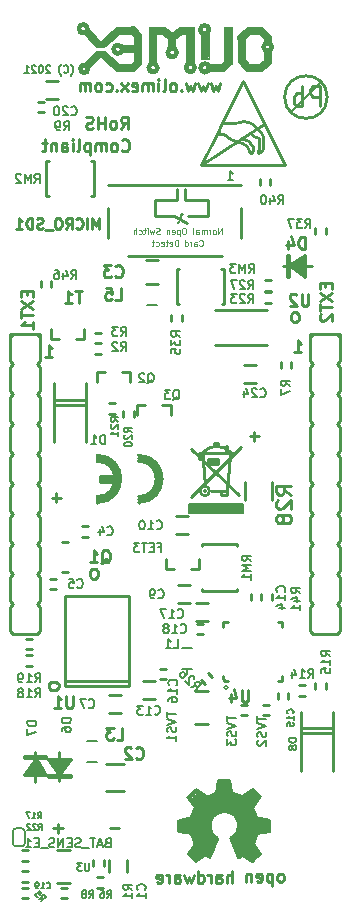
<source format=gbr>
G04 #@! TF.GenerationSoftware,KiCad,Pcbnew,5.1.0-rc2-unknown-036be7d~80~ubuntu16.04.1*
G04 #@! TF.CreationDate,2021-11-05T15:53:19+02:00*
G04 #@! TF.ProjectId,ESP32-PoE_Rev_G1,45535033-322d-4506-9f45-5f5265765f47,G1*
G04 #@! TF.SameCoordinates,Original*
G04 #@! TF.FileFunction,Legend,Bot*
G04 #@! TF.FilePolarity,Positive*
%FSLAX46Y46*%
G04 Gerber Fmt 4.6, Leading zero omitted, Abs format (unit mm)*
G04 Created by KiCad (PCBNEW 5.1.0-rc2-unknown-036be7d~80~ubuntu16.04.1) date 2021-11-05 15:53:19*
%MOMM*%
%LPD*%
G04 APERTURE LIST*
%ADD10C,0.254000*%
%ADD11C,0.190500*%
%ADD12C,0.158750*%
%ADD13C,0.127000*%
%ADD14C,0.300000*%
%ADD15C,0.200000*%
%ADD16C,0.420000*%
%ADD17C,0.370000*%
%ADD18C,0.400000*%
%ADD19C,0.380000*%
%ADD20C,0.150000*%
%ADD21C,1.000000*%
%ADD22C,0.700000*%
%ADD23C,0.500000*%
%ADD24C,0.100000*%
%ADD25C,0.152400*%
%ADD26C,0.139700*%
%ADD27C,0.222250*%
%ADD28C,0.125000*%
%ADD29C,0.177800*%
G04 APERTURE END LIST*
D10*
X111258047Y-130628571D02*
X110483952Y-130628571D01*
X110871000Y-131015619D02*
X110871000Y-130241523D01*
X94494047Y-135835571D02*
X93719952Y-135835571D01*
X94107000Y-136222619D02*
X94107000Y-135448523D01*
X98672952Y-163820928D02*
X99447047Y-163820928D01*
X94243071Y-163442952D02*
X94243071Y-164217047D01*
X94630119Y-163830000D02*
X93856023Y-163830000D01*
D11*
X108621285Y-108929714D02*
X109056714Y-108929714D01*
X108839000Y-108929714D02*
X108839000Y-108167714D01*
X108911571Y-108276571D01*
X108984142Y-108349142D01*
X109056714Y-108385428D01*
D10*
X99646619Y-106407857D02*
X99695000Y-106456238D01*
X99840142Y-106504619D01*
X99936904Y-106504619D01*
X100082047Y-106456238D01*
X100178809Y-106359476D01*
X100227190Y-106262714D01*
X100275571Y-106069190D01*
X100275571Y-105924047D01*
X100227190Y-105730523D01*
X100178809Y-105633761D01*
X100082047Y-105537000D01*
X99936904Y-105488619D01*
X99840142Y-105488619D01*
X99695000Y-105537000D01*
X99646619Y-105585380D01*
X99066047Y-106504619D02*
X99162809Y-106456238D01*
X99211190Y-106407857D01*
X99259571Y-106311095D01*
X99259571Y-106020809D01*
X99211190Y-105924047D01*
X99162809Y-105875666D01*
X99066047Y-105827285D01*
X98920904Y-105827285D01*
X98824142Y-105875666D01*
X98775761Y-105924047D01*
X98727380Y-106020809D01*
X98727380Y-106311095D01*
X98775761Y-106407857D01*
X98824142Y-106456238D01*
X98920904Y-106504619D01*
X99066047Y-106504619D01*
X98291952Y-106504619D02*
X98291952Y-105827285D01*
X98291952Y-105924047D02*
X98243571Y-105875666D01*
X98146809Y-105827285D01*
X98001666Y-105827285D01*
X97904904Y-105875666D01*
X97856523Y-105972428D01*
X97856523Y-106504619D01*
X97856523Y-105972428D02*
X97808142Y-105875666D01*
X97711380Y-105827285D01*
X97566238Y-105827285D01*
X97469476Y-105875666D01*
X97421095Y-105972428D01*
X97421095Y-106504619D01*
X96937285Y-105827285D02*
X96937285Y-106843285D01*
X96937285Y-105875666D02*
X96840523Y-105827285D01*
X96647000Y-105827285D01*
X96550238Y-105875666D01*
X96501857Y-105924047D01*
X96453476Y-106020809D01*
X96453476Y-106311095D01*
X96501857Y-106407857D01*
X96550238Y-106456238D01*
X96647000Y-106504619D01*
X96840523Y-106504619D01*
X96937285Y-106456238D01*
X95872904Y-106504619D02*
X95969666Y-106456238D01*
X96018047Y-106359476D01*
X96018047Y-105488619D01*
X95485857Y-106504619D02*
X95485857Y-105827285D01*
X95485857Y-105488619D02*
X95534238Y-105537000D01*
X95485857Y-105585380D01*
X95437476Y-105537000D01*
X95485857Y-105488619D01*
X95485857Y-105585380D01*
X94566619Y-106504619D02*
X94566619Y-105972428D01*
X94615000Y-105875666D01*
X94711761Y-105827285D01*
X94905285Y-105827285D01*
X95002047Y-105875666D01*
X94566619Y-106456238D02*
X94663380Y-106504619D01*
X94905285Y-106504619D01*
X95002047Y-106456238D01*
X95050428Y-106359476D01*
X95050428Y-106262714D01*
X95002047Y-106165952D01*
X94905285Y-106117571D01*
X94663380Y-106117571D01*
X94566619Y-106069190D01*
X94082809Y-105827285D02*
X94082809Y-106504619D01*
X94082809Y-105924047D02*
X94034428Y-105875666D01*
X93937666Y-105827285D01*
X93792523Y-105827285D01*
X93695761Y-105875666D01*
X93647380Y-105972428D01*
X93647380Y-106504619D01*
X93308714Y-105827285D02*
X92921666Y-105827285D01*
X93163571Y-105488619D02*
X93163571Y-106359476D01*
X93115190Y-106456238D01*
X93018428Y-106504619D01*
X92921666Y-106504619D01*
X99586142Y-104599619D02*
X99924809Y-104115809D01*
X100166714Y-104599619D02*
X100166714Y-103583619D01*
X99779666Y-103583619D01*
X99682904Y-103632000D01*
X99634523Y-103680380D01*
X99586142Y-103777142D01*
X99586142Y-103922285D01*
X99634523Y-104019047D01*
X99682904Y-104067428D01*
X99779666Y-104115809D01*
X100166714Y-104115809D01*
X99005571Y-104599619D02*
X99102333Y-104551238D01*
X99150714Y-104502857D01*
X99199095Y-104406095D01*
X99199095Y-104115809D01*
X99150714Y-104019047D01*
X99102333Y-103970666D01*
X99005571Y-103922285D01*
X98860428Y-103922285D01*
X98763666Y-103970666D01*
X98715285Y-104019047D01*
X98666904Y-104115809D01*
X98666904Y-104406095D01*
X98715285Y-104502857D01*
X98763666Y-104551238D01*
X98860428Y-104599619D01*
X99005571Y-104599619D01*
X98231476Y-104599619D02*
X98231476Y-103583619D01*
X98231476Y-104067428D02*
X97650904Y-104067428D01*
X97650904Y-104599619D02*
X97650904Y-103583619D01*
X97215476Y-104551238D02*
X97070333Y-104599619D01*
X96828428Y-104599619D01*
X96731666Y-104551238D01*
X96683285Y-104502857D01*
X96634904Y-104406095D01*
X96634904Y-104309333D01*
X96683285Y-104212571D01*
X96731666Y-104164190D01*
X96828428Y-104115809D01*
X97021952Y-104067428D01*
X97118714Y-104019047D01*
X97167095Y-103970666D01*
X97215476Y-103873904D01*
X97215476Y-103777142D01*
X97167095Y-103680380D01*
X97118714Y-103632000D01*
X97021952Y-103583619D01*
X96780047Y-103583619D01*
X96634904Y-103632000D01*
X114263714Y-123522619D02*
X114844285Y-123522619D01*
X114554000Y-123522619D02*
X114554000Y-122506619D01*
X114650761Y-122651761D01*
X114747523Y-122748523D01*
X114844285Y-122796904D01*
X93181714Y-123903619D02*
X93762285Y-123903619D01*
X93472000Y-123903619D02*
X93472000Y-122887619D01*
X93568761Y-123032761D01*
X93665523Y-123129523D01*
X93762285Y-123177904D01*
D12*
X95331642Y-100097166D02*
X95361880Y-100066928D01*
X95422357Y-99976214D01*
X95452595Y-99915738D01*
X95482833Y-99825023D01*
X95513071Y-99673833D01*
X95513071Y-99552880D01*
X95482833Y-99401690D01*
X95452595Y-99310976D01*
X95422357Y-99250500D01*
X95361880Y-99159785D01*
X95331642Y-99129547D01*
X94726880Y-99794785D02*
X94757119Y-99825023D01*
X94847833Y-99855261D01*
X94908309Y-99855261D01*
X94999023Y-99825023D01*
X95059500Y-99764547D01*
X95089738Y-99704071D01*
X95119976Y-99583119D01*
X95119976Y-99492404D01*
X95089738Y-99371452D01*
X95059500Y-99310976D01*
X94999023Y-99250500D01*
X94908309Y-99220261D01*
X94847833Y-99220261D01*
X94757119Y-99250500D01*
X94726880Y-99280738D01*
X94515214Y-100097166D02*
X94484976Y-100066928D01*
X94424500Y-99976214D01*
X94394261Y-99915738D01*
X94364023Y-99825023D01*
X94333785Y-99673833D01*
X94333785Y-99552880D01*
X94364023Y-99401690D01*
X94394261Y-99310976D01*
X94424500Y-99250500D01*
X94484976Y-99159785D01*
X94515214Y-99129547D01*
X93577833Y-99280738D02*
X93547595Y-99250500D01*
X93487119Y-99220261D01*
X93335928Y-99220261D01*
X93275452Y-99250500D01*
X93245214Y-99280738D01*
X93214976Y-99341214D01*
X93214976Y-99401690D01*
X93245214Y-99492404D01*
X93608071Y-99855261D01*
X93214976Y-99855261D01*
X92821880Y-99220261D02*
X92761404Y-99220261D01*
X92700928Y-99250500D01*
X92670690Y-99280738D01*
X92640452Y-99341214D01*
X92610214Y-99462166D01*
X92610214Y-99613357D01*
X92640452Y-99734309D01*
X92670690Y-99794785D01*
X92700928Y-99825023D01*
X92761404Y-99855261D01*
X92821880Y-99855261D01*
X92882357Y-99825023D01*
X92912595Y-99794785D01*
X92942833Y-99734309D01*
X92973071Y-99613357D01*
X92973071Y-99462166D01*
X92942833Y-99341214D01*
X92912595Y-99280738D01*
X92882357Y-99250500D01*
X92821880Y-99220261D01*
X92368309Y-99280738D02*
X92338071Y-99250500D01*
X92277595Y-99220261D01*
X92126404Y-99220261D01*
X92065928Y-99250500D01*
X92035690Y-99280738D01*
X92005452Y-99341214D01*
X92005452Y-99401690D01*
X92035690Y-99492404D01*
X92398547Y-99855261D01*
X92005452Y-99855261D01*
X91400690Y-99855261D02*
X91763547Y-99855261D01*
X91582119Y-99855261D02*
X91582119Y-99220261D01*
X91642595Y-99310976D01*
X91703071Y-99371452D01*
X91763547Y-99401690D01*
D10*
X107980238Y-100747285D02*
X107786714Y-101424619D01*
X107593190Y-100940809D01*
X107399666Y-101424619D01*
X107206142Y-100747285D01*
X106915857Y-100747285D02*
X106722333Y-101424619D01*
X106528809Y-100940809D01*
X106335285Y-101424619D01*
X106141761Y-100747285D01*
X105851476Y-100747285D02*
X105657952Y-101424619D01*
X105464428Y-100940809D01*
X105270904Y-101424619D01*
X105077380Y-100747285D01*
X104690333Y-101327857D02*
X104641952Y-101376238D01*
X104690333Y-101424619D01*
X104738714Y-101376238D01*
X104690333Y-101327857D01*
X104690333Y-101424619D01*
X104061380Y-101424619D02*
X104158142Y-101376238D01*
X104206523Y-101327857D01*
X104254904Y-101231095D01*
X104254904Y-100940809D01*
X104206523Y-100844047D01*
X104158142Y-100795666D01*
X104061380Y-100747285D01*
X103916238Y-100747285D01*
X103819476Y-100795666D01*
X103771095Y-100844047D01*
X103722714Y-100940809D01*
X103722714Y-101231095D01*
X103771095Y-101327857D01*
X103819476Y-101376238D01*
X103916238Y-101424619D01*
X104061380Y-101424619D01*
X103142142Y-101424619D02*
X103238904Y-101376238D01*
X103287285Y-101279476D01*
X103287285Y-100408619D01*
X102755095Y-101424619D02*
X102755095Y-100747285D01*
X102755095Y-100408619D02*
X102803476Y-100457000D01*
X102755095Y-100505380D01*
X102706714Y-100457000D01*
X102755095Y-100408619D01*
X102755095Y-100505380D01*
X102271285Y-101424619D02*
X102271285Y-100747285D01*
X102271285Y-100844047D02*
X102222904Y-100795666D01*
X102126142Y-100747285D01*
X101981000Y-100747285D01*
X101884238Y-100795666D01*
X101835857Y-100892428D01*
X101835857Y-101424619D01*
X101835857Y-100892428D02*
X101787476Y-100795666D01*
X101690714Y-100747285D01*
X101545571Y-100747285D01*
X101448809Y-100795666D01*
X101400428Y-100892428D01*
X101400428Y-101424619D01*
X100529571Y-101376238D02*
X100626333Y-101424619D01*
X100819857Y-101424619D01*
X100916619Y-101376238D01*
X100965000Y-101279476D01*
X100965000Y-100892428D01*
X100916619Y-100795666D01*
X100819857Y-100747285D01*
X100626333Y-100747285D01*
X100529571Y-100795666D01*
X100481190Y-100892428D01*
X100481190Y-100989190D01*
X100965000Y-101085952D01*
X100142523Y-101424619D02*
X99610333Y-100747285D01*
X100142523Y-100747285D02*
X99610333Y-101424619D01*
X99223285Y-101327857D02*
X99174904Y-101376238D01*
X99223285Y-101424619D01*
X99271666Y-101376238D01*
X99223285Y-101327857D01*
X99223285Y-101424619D01*
X98304047Y-101376238D02*
X98400809Y-101424619D01*
X98594333Y-101424619D01*
X98691095Y-101376238D01*
X98739476Y-101327857D01*
X98787857Y-101231095D01*
X98787857Y-100940809D01*
X98739476Y-100844047D01*
X98691095Y-100795666D01*
X98594333Y-100747285D01*
X98400809Y-100747285D01*
X98304047Y-100795666D01*
X97723476Y-101424619D02*
X97820238Y-101376238D01*
X97868619Y-101327857D01*
X97917000Y-101231095D01*
X97917000Y-100940809D01*
X97868619Y-100844047D01*
X97820238Y-100795666D01*
X97723476Y-100747285D01*
X97578333Y-100747285D01*
X97481571Y-100795666D01*
X97433190Y-100844047D01*
X97384809Y-100940809D01*
X97384809Y-101231095D01*
X97433190Y-101327857D01*
X97481571Y-101376238D01*
X97578333Y-101424619D01*
X97723476Y-101424619D01*
X96949380Y-101424619D02*
X96949380Y-100747285D01*
X96949380Y-100844047D02*
X96901000Y-100795666D01*
X96804238Y-100747285D01*
X96659095Y-100747285D01*
X96562333Y-100795666D01*
X96513952Y-100892428D01*
X96513952Y-101424619D01*
X96513952Y-100892428D02*
X96465571Y-100795666D01*
X96368809Y-100747285D01*
X96223666Y-100747285D01*
X96126904Y-100795666D01*
X96078523Y-100892428D01*
X96078523Y-101424619D01*
D13*
X96723200Y-158242000D02*
X97561400Y-158242000D01*
X96723200Y-156464000D02*
X97561400Y-156464000D01*
D10*
X92316300Y-159867600D02*
X92316300Y-157391100D01*
X93268800Y-159283400D02*
X92354400Y-157911800D01*
X92354400Y-157911800D02*
X91363800Y-159283400D01*
X93268800Y-157911800D02*
X91363800Y-157911800D01*
X93268800Y-159283400D02*
X91363800Y-159283400D01*
X93268800Y-157734000D02*
X91363800Y-157734000D01*
X91363800Y-157911800D02*
X91363800Y-157734000D01*
X93268800Y-157911800D02*
X93268800Y-157734000D01*
X91567000Y-159131000D02*
X93091000Y-159131000D01*
X92964000Y-159004000D02*
X91694000Y-159004000D01*
X91821000Y-158877000D02*
X92964000Y-158877000D01*
X92710000Y-158750000D02*
X91821000Y-158750000D01*
X92710000Y-158623000D02*
X91948000Y-158623000D01*
X92583000Y-158496000D02*
X91948000Y-158496000D01*
X92456000Y-158369000D02*
X92075000Y-158369000D01*
X106984800Y-155018700D02*
X105854500Y-155018700D01*
X106984800Y-152212000D02*
X105854500Y-152212000D01*
X111887000Y-154241500D02*
X112141000Y-154241500D01*
X111887000Y-154241500D02*
X111633000Y-154241500D01*
X111887000Y-153352500D02*
X111633000Y-153352500D01*
X111887000Y-153352500D02*
X112141000Y-153352500D01*
X114246000Y-116068000D02*
X114246000Y-116449000D01*
X114373000Y-115941000D02*
X114373000Y-116576000D01*
X114500000Y-115814000D02*
X114500000Y-116576000D01*
X114627000Y-115814000D02*
X114627000Y-116703000D01*
X114754000Y-116703000D02*
X114754000Y-115560000D01*
X114881000Y-115560000D02*
X114881000Y-116830000D01*
X115008000Y-116957000D02*
X115008000Y-115433000D01*
X113788800Y-115255200D02*
X113611000Y-115255200D01*
X113788800Y-117160200D02*
X113611000Y-117160200D01*
X113611000Y-115255200D02*
X113611000Y-117160200D01*
X115160400Y-115255200D02*
X115160400Y-117160200D01*
X113788800Y-115255200D02*
X113788800Y-117160200D01*
X113788800Y-116169600D02*
X115160400Y-117160200D01*
X115160400Y-115255200D02*
X113788800Y-116169600D01*
X115744600Y-116207700D02*
X113268100Y-116207700D01*
X97814000Y-134239000D02*
X99064000Y-134239000D01*
X97814000Y-134489000D02*
X99064000Y-134489000D01*
X97814000Y-133989000D02*
X97814000Y-134489000D01*
X99064000Y-133989000D02*
X97814000Y-133989000D01*
X97564000Y-132239000D02*
X97564000Y-132739000D01*
X97564000Y-136239000D02*
G75*
G03X97564000Y-132239000I0J2000000D01*
G01*
X97564000Y-135739000D02*
X97564000Y-136239000D01*
D14*
X97613980Y-135989000D02*
G75*
G03X97614000Y-132489000I-49980J1750000D01*
G01*
D10*
X97564000Y-135739000D02*
G75*
G03X97564000Y-132739000I0J1500000D01*
G01*
D14*
X101113980Y-135989000D02*
G75*
G03X101114000Y-132489000I-49980J1750000D01*
G01*
D10*
X101064000Y-135739000D02*
X101064000Y-136239000D01*
X101064000Y-132239000D02*
X101064000Y-132739000D01*
X101064000Y-136239000D02*
G75*
G03X101064000Y-132239000I0J2000000D01*
G01*
X101064000Y-135739000D02*
G75*
G03X101064000Y-132739000I0J1500000D01*
G01*
X98552000Y-152527000D02*
X99568000Y-152527000D01*
X98552000Y-154051000D02*
X99568000Y-154051000D01*
X103073200Y-128016000D02*
X103784400Y-128016000D01*
X103784400Y-128854200D02*
X103784400Y-128016000D01*
X100939600Y-128854200D02*
X100939600Y-128016000D01*
X100939600Y-128016000D02*
X101650800Y-128016000D01*
X99641660Y-125181360D02*
X100352860Y-125181360D01*
X100352860Y-126019560D02*
X100352860Y-125181360D01*
X97508060Y-126019560D02*
X97508060Y-125181360D01*
X97508060Y-125181360D02*
X98219260Y-125181360D01*
X96479360Y-122392440D02*
X95768160Y-122392440D01*
X96479360Y-121554240D02*
X96479360Y-122392440D01*
X93634560Y-121554240D02*
X93634560Y-122392440D01*
X94345760Y-122392440D02*
X93634560Y-122392440D01*
D13*
X101803200Y-119507000D02*
X102641400Y-119507000D01*
X101803200Y-117729000D02*
X102641400Y-117729000D01*
D10*
X106197400Y-141859000D02*
X105486200Y-141859000D01*
X106197400Y-141020800D02*
X106197400Y-141859000D01*
X103352600Y-141020800D02*
X103352600Y-141859000D01*
X104063800Y-141859000D02*
X103352600Y-141859000D01*
D15*
X108634013Y-151892000D02*
G75*
G03X108634013Y-151892000I-176013J0D01*
G01*
D10*
X108645960Y-151343360D02*
X108419900Y-151343360D01*
X113243360Y-151343360D02*
X112842040Y-151343360D01*
X113243360Y-150942040D02*
X113243360Y-151343360D01*
X113243360Y-146344640D02*
X113243360Y-146745960D01*
X112842040Y-146344640D02*
X113243360Y-146344640D01*
X108244640Y-146344640D02*
X108645960Y-146344640D01*
X108244640Y-146745960D02*
X108244640Y-146344640D01*
X108244640Y-151168100D02*
X108244640Y-150942040D01*
X108419900Y-151343360D02*
X108244640Y-151168100D01*
X103124000Y-150304500D02*
X103378000Y-150304500D01*
X103124000Y-150304500D02*
X102870000Y-150304500D01*
X103124000Y-151193500D02*
X102870000Y-151193500D01*
X103124000Y-151193500D02*
X103378000Y-151193500D01*
X102489000Y-152908000D02*
X101473000Y-152908000D01*
X102489000Y-151384000D02*
X101473000Y-151384000D01*
X91440000Y-166560500D02*
X91186000Y-166560500D01*
X91440000Y-166560500D02*
X91694000Y-166560500D01*
X91440000Y-167449500D02*
X91694000Y-167449500D01*
X91440000Y-167449500D02*
X91186000Y-167449500D01*
X91440000Y-166560500D02*
X91694000Y-166560500D01*
X91440000Y-166560500D02*
X91186000Y-166560500D01*
X91440000Y-165671500D02*
X91186000Y-165671500D01*
X91440000Y-165671500D02*
X91694000Y-165671500D01*
X94373700Y-157378400D02*
X94373700Y-159854900D01*
X93421200Y-157962600D02*
X94335600Y-159334200D01*
X94335600Y-159334200D02*
X95326200Y-157962600D01*
X93421200Y-159334200D02*
X95326200Y-159334200D01*
X93421200Y-157962600D02*
X95326200Y-157962600D01*
X93421200Y-159512000D02*
X95326200Y-159512000D01*
X95326200Y-159334200D02*
X95326200Y-159512000D01*
X93421200Y-159334200D02*
X93421200Y-159512000D01*
X95123000Y-158115000D02*
X93599000Y-158115000D01*
X93726000Y-158242000D02*
X94996000Y-158242000D01*
X94869000Y-158369000D02*
X93726000Y-158369000D01*
X93980000Y-158496000D02*
X94869000Y-158496000D01*
X93980000Y-158623000D02*
X94742000Y-158623000D01*
X94107000Y-158750000D02*
X94742000Y-158750000D01*
X94234000Y-158877000D02*
X94615000Y-158877000D01*
X91440000Y-167449500D02*
X91186000Y-167449500D01*
X91440000Y-167449500D02*
X91694000Y-167449500D01*
X91440000Y-168338500D02*
X91694000Y-168338500D01*
X91440000Y-168338500D02*
X91186000Y-168338500D01*
X92837000Y-103187500D02*
X93091000Y-103187500D01*
X92837000Y-103187500D02*
X92583000Y-103187500D01*
X92837000Y-102298500D02*
X92583000Y-102298500D01*
X92837000Y-102298500D02*
X93091000Y-102298500D01*
X97790000Y-167957500D02*
X97536000Y-167957500D01*
X97790000Y-167957500D02*
X98044000Y-167957500D01*
X97790000Y-168846500D02*
X98044000Y-168846500D01*
X97790000Y-168846500D02*
X97536000Y-168846500D01*
X95300800Y-165671500D02*
X94170500Y-165671500D01*
X95300800Y-168478200D02*
X94170500Y-168478200D01*
D16*
X109557820Y-166164260D02*
X109006640Y-164741860D01*
D17*
X109903260Y-165978840D02*
X109585760Y-166184580D01*
D18*
X110693200Y-166527480D02*
X109913420Y-165996620D01*
D19*
X111269780Y-165989000D02*
X110705900Y-166527480D01*
D17*
X111254540Y-165989000D02*
X110721140Y-165155880D01*
X111079280Y-164228780D02*
X110721140Y-165112700D01*
X112057180Y-163987480D02*
X111107220Y-164205920D01*
D19*
X112047020Y-163210240D02*
X112052100Y-163997640D01*
D17*
X112059720Y-163197540D02*
X111041180Y-163017200D01*
X111010700Y-162981640D02*
X110662720Y-162115500D01*
X111239300Y-161213800D02*
X110683040Y-162064700D01*
D19*
X111249460Y-161190940D02*
X110749080Y-160657540D01*
D17*
X110700820Y-160632140D02*
X109872780Y-161284920D01*
X109811820Y-161274760D02*
X108966000Y-160868360D01*
X108706920Y-159834580D02*
X108912660Y-160848040D01*
X108714540Y-159821880D02*
X107929680Y-159821880D01*
X107947460Y-159842200D02*
X107734100Y-160860740D01*
X107734100Y-160860740D02*
X106832400Y-161310320D01*
X106819700Y-161305240D02*
X105915460Y-160670800D01*
X105915460Y-160672780D02*
X105361740Y-161218880D01*
X105361740Y-161221420D02*
X105978960Y-162011360D01*
X105978960Y-162011360D02*
X105638600Y-162948620D01*
X105638600Y-162948620D02*
X104556560Y-163177220D01*
X104556560Y-163177220D02*
X104556560Y-164012880D01*
X104556560Y-164012880D02*
X105570020Y-164183060D01*
X105570020Y-164183060D02*
X105976420Y-165094920D01*
X105925620Y-166542720D02*
X106761280Y-165976300D01*
X106761280Y-165976300D02*
X107099100Y-166161720D01*
X107099100Y-166161720D02*
X107673140Y-164721540D01*
X105976420Y-165094920D02*
X105356660Y-165981380D01*
X105910380Y-166535100D02*
X105356660Y-165989000D01*
D20*
X109476540Y-166344600D02*
X108826300Y-164675820D01*
X109860080Y-166141400D02*
X109514640Y-166362380D01*
X109872780Y-166131240D02*
X110698280Y-166695120D01*
X110705900Y-166702740D02*
X111427260Y-166009320D01*
X111434880Y-166006780D02*
X110837980Y-165143180D01*
X112196880Y-164099240D02*
X111125000Y-164294820D01*
X112196880Y-163106100D02*
X112196880Y-164091620D01*
X112199420Y-163103560D02*
X111028480Y-162900360D01*
X111130080Y-162905440D02*
X110794800Y-162072320D01*
X111391700Y-161221420D02*
X110797340Y-162074860D01*
X111412020Y-161185860D02*
X110738920Y-160472120D01*
X110726220Y-160469580D02*
X109755940Y-161185860D01*
X109791500Y-161117280D02*
X108887260Y-160738820D01*
X108803440Y-159722820D02*
X109004100Y-160748980D01*
X108793280Y-159715200D02*
X107828080Y-159715200D01*
X107828080Y-159715200D02*
X107602020Y-160886140D01*
X107612180Y-160804860D02*
X106807000Y-161142680D01*
X106926380Y-161190940D02*
X105915460Y-160517840D01*
X105910380Y-160515300D02*
X105216960Y-161206180D01*
X105211880Y-161213800D02*
X105915460Y-162204400D01*
X105826560Y-162095180D02*
X105460800Y-162963860D01*
X104523540Y-163865560D02*
X105630980Y-164089080D01*
X104439720Y-163123880D02*
X104442260Y-164081460D01*
X105577640Y-164312600D02*
X104454960Y-164101780D01*
X105473500Y-164279580D02*
X105854500Y-165260020D01*
X105506520Y-165915340D02*
X105991660Y-166446200D01*
X105902760Y-166690040D02*
X105219500Y-165999160D01*
X106789220Y-166075360D02*
X105912920Y-166695120D01*
X105925620Y-166380160D02*
X106746040Y-165851840D01*
X106608880Y-166047420D02*
X107137200Y-166375080D01*
X107137200Y-166375080D02*
X107523280Y-165394640D01*
X107528360Y-164696140D02*
X107000040Y-166077900D01*
X111904780Y-163294060D02*
X111904780Y-163944300D01*
X112047020Y-163349940D02*
X110931960Y-163103560D01*
X110517940Y-162082480D02*
X110904020Y-163080700D01*
X110512860Y-162087560D02*
X111114840Y-161178240D01*
X110756700Y-160733740D02*
X109872780Y-161455100D01*
X107485180Y-164754560D02*
X107307380Y-164632640D01*
X107307380Y-164632640D02*
X106931460Y-163921440D01*
X106931460Y-163921440D02*
X106931460Y-163403280D01*
X106926380Y-163415980D02*
X107160060Y-162742880D01*
X107160060Y-162742880D02*
X107670600Y-162313620D01*
X107670600Y-162313620D02*
X108485940Y-162153600D01*
X108485940Y-162145980D02*
X109357160Y-162575240D01*
X109357160Y-162575240D02*
X109776260Y-163306760D01*
X109781340Y-163311840D02*
X109649260Y-164134800D01*
X109644180Y-164165280D02*
X109550200Y-164335460D01*
X109644180Y-164165280D02*
X109550200Y-164335460D01*
X109420660Y-164386260D02*
X109161580Y-164724080D01*
X109052360Y-164500560D02*
X108826300Y-164675820D01*
X107551220Y-164503100D02*
X107805220Y-164668200D01*
X107688380Y-164957760D02*
X107810300Y-164673280D01*
X109867700Y-161452560D02*
X108884720Y-160959800D01*
X109537500Y-164365940D02*
X109230160Y-164632640D01*
D21*
X110553500Y-165795960D02*
X109700060Y-164774880D01*
X111589820Y-163591240D02*
X110172500Y-163530280D01*
X110604300Y-161305240D02*
X109542580Y-162412680D01*
X108343700Y-160329880D02*
X108338620Y-161843720D01*
X106078020Y-161386520D02*
X107190540Y-162453320D01*
X105087420Y-163570920D02*
X106555540Y-163657280D01*
X109877860Y-165623240D02*
X109512100Y-164861240D01*
X110543340Y-164724080D02*
X109979460Y-164244020D01*
X110792260Y-164078920D02*
X110086140Y-163951920D01*
X110467140Y-162834320D02*
X110025180Y-162994340D01*
X110291880Y-162354260D02*
X109834680Y-162643820D01*
X109293660Y-161577020D02*
X109118400Y-161935160D01*
X108859320Y-161317940D02*
X108691680Y-161927540D01*
X107594400Y-161333180D02*
X107815380Y-162018980D01*
X107007660Y-161584640D02*
X107426760Y-162171380D01*
X106138980Y-162453320D02*
X106794300Y-162819080D01*
X105897680Y-163146740D02*
X106619040Y-163294060D01*
X106733340Y-164304980D02*
X106123740Y-164411660D01*
X107053380Y-164724080D02*
X106436160Y-165051740D01*
X107167680Y-164861240D02*
X105986580Y-165874700D01*
X107167680Y-164769800D02*
X106834940Y-165501320D01*
D17*
X109232700Y-162697160D02*
G75*
G02X109156500Y-164551360I-965200J-889000D01*
G01*
X107281980Y-162869880D02*
G75*
G02X109207300Y-162671760I1061720J-863600D01*
G01*
X107662980Y-164719000D02*
G75*
G02X107292140Y-162854640I746760J1117600D01*
G01*
D10*
X97663000Y-122745500D02*
X97917000Y-122745500D01*
X97663000Y-122745500D02*
X97409000Y-122745500D01*
X97663000Y-121856500D02*
X97409000Y-121856500D01*
X97663000Y-121856500D02*
X97917000Y-121856500D01*
X105283000Y-137414000D02*
X104267000Y-137414000D01*
X105283000Y-138938000D02*
X104267000Y-138938000D01*
D18*
X112338747Y-97663000D02*
G75*
G03X112338747Y-97663000I-337447J0D01*
G01*
D22*
X112014000Y-96888300D02*
X111506000Y-96380300D01*
X110413800Y-96304100D02*
X109778800Y-96913700D01*
X109804200Y-98869500D02*
X110363000Y-99453700D01*
X108178600Y-99466400D02*
X108635800Y-99009200D01*
X107192800Y-99466400D02*
X108178600Y-99466400D01*
D18*
X107046324Y-99441000D02*
G75*
G03X107046324Y-99441000I-366324J0D01*
G01*
D22*
X106680000Y-96748600D02*
X106680000Y-98348800D01*
D18*
X107040818Y-96215200D02*
G75*
G03X107040818Y-96215200I-373518J0D01*
G01*
X105807759Y-99415600D02*
G75*
G03X105807759Y-99415600I-359659J0D01*
G01*
D22*
X105460800Y-98907600D02*
X105460800Y-96316800D01*
X105460800Y-96316800D02*
X104622600Y-96316800D01*
X104622600Y-96316800D02*
X104013000Y-96824800D01*
X103911400Y-97612200D02*
X103911400Y-96901000D01*
X103835200Y-96824800D02*
X103200200Y-96316800D01*
D18*
X104282318Y-98145600D02*
G75*
G03X104282318Y-98145600I-370918J0D01*
G01*
D22*
X103200200Y-96316800D02*
X102311200Y-96316800D01*
D18*
X102661729Y-99428300D02*
G75*
G03X102661729Y-99428300I-363229J0D01*
G01*
X96798666Y-99517200D02*
G75*
G03X96798666Y-99517200I-329466J0D01*
G01*
D22*
X96799400Y-99161600D02*
X97637600Y-98348800D01*
D23*
X98145600Y-98247200D02*
X97612200Y-98247200D01*
D22*
X99288600Y-99466400D02*
X98145600Y-98348800D01*
X100609400Y-99466400D02*
X99288600Y-99466400D01*
X101041200Y-99034600D02*
X100609400Y-99466400D01*
X101041200Y-96799400D02*
X101041200Y-99034600D01*
X101041200Y-96774000D02*
X100558600Y-96266000D01*
X100510500Y-96291400D02*
X99288600Y-96291400D01*
X99288600Y-96291400D02*
X98196400Y-97358200D01*
D23*
X98171000Y-97472500D02*
X97612200Y-97472500D01*
D22*
X96748600Y-96481900D02*
X97612200Y-97375600D01*
D18*
X96739735Y-96126300D02*
G75*
G03X96739735Y-96126300I-359435J0D01*
G01*
D22*
X99822000Y-97866200D02*
X101041200Y-97866200D01*
D18*
X99673659Y-97866200D02*
G75*
G03X99673659Y-97866200I-359659J0D01*
G01*
D22*
X111442500Y-99479100D02*
X110401100Y-99479100D01*
X112001300Y-98920300D02*
X112001300Y-98158300D01*
X112014000Y-98907600D02*
X111429800Y-99479100D01*
X112014000Y-96939100D02*
X112014000Y-97180400D01*
X109791500Y-96901000D02*
X109791500Y-98831400D01*
X110413800Y-96291400D02*
X111417100Y-96291400D01*
X102298500Y-96304100D02*
X102298500Y-98907600D01*
X108635800Y-99021900D02*
X108635800Y-96291400D01*
D24*
X108635800Y-95948500D02*
X108915200Y-95948500D01*
X108940600Y-95948500D02*
X108940600Y-99098100D01*
X108927900Y-95948500D02*
X108940600Y-95948500D01*
X108915200Y-95948500D02*
X108927900Y-95948500D01*
X108800900Y-96037400D02*
X108864400Y-96024700D01*
X108318300Y-95948500D02*
X108318300Y-98983800D01*
X108623100Y-95948500D02*
X108318300Y-95948500D01*
X108496100Y-96024700D02*
X108381800Y-96024700D01*
X106997500Y-96634300D02*
X106997500Y-98653600D01*
X106362500Y-98653600D02*
X106362500Y-96634300D01*
X106387900Y-98653600D02*
X106362500Y-98653600D01*
X106997500Y-98653600D02*
X106387900Y-98653600D01*
X106857800Y-98590100D02*
X106921300Y-98590100D01*
X106514900Y-98590100D02*
X106426000Y-98590100D01*
X105778300Y-98996500D02*
X105778300Y-96012000D01*
X104533700Y-95999300D02*
X103949500Y-96481900D01*
X105778300Y-95999300D02*
X104533700Y-95999300D01*
X105625900Y-96062800D02*
X105702100Y-96062800D01*
X101968300Y-99021900D02*
X101968300Y-96012000D01*
X103289100Y-95999300D02*
X103911400Y-96494600D01*
X103263700Y-95999300D02*
X103289100Y-95999300D01*
X101968300Y-95999300D02*
X103263700Y-95999300D01*
X101968300Y-96012000D02*
X101968300Y-95999300D01*
X102120700Y-96075500D02*
X102019100Y-96075500D01*
X99174300Y-95961200D02*
X97917000Y-97205800D01*
X99225100Y-95961200D02*
X99174300Y-95961200D01*
X100596700Y-95961200D02*
X99225100Y-95961200D01*
D20*
X105362000Y-136348000D02*
X105362000Y-137110000D01*
X109934000Y-136348000D02*
X105362000Y-136348000D01*
X109934000Y-137110000D02*
X109934000Y-136348000D01*
X105362000Y-137110000D02*
X109934000Y-137110000D01*
X105412800Y-136398800D02*
X109832400Y-136398800D01*
X109883200Y-136500400D02*
X105412800Y-136500400D01*
X105412800Y-136652800D02*
X109832400Y-136652800D01*
X105412800Y-136805200D02*
X109832400Y-136805200D01*
X109883200Y-136551200D02*
X105463600Y-136551200D01*
X109883200Y-136703600D02*
X105412800Y-136703600D01*
X105463600Y-136906800D02*
X109832400Y-136906800D01*
X109883200Y-137008400D02*
X105463600Y-137008400D01*
D10*
X109728000Y-131572000D02*
X105537000Y-135763000D01*
X109601000Y-135636000D02*
X105537000Y-131699000D01*
X108585000Y-135255000D02*
X107188000Y-135255000D01*
X108585000Y-135255000D02*
X108839000Y-132207000D01*
X109093000Y-132080000D02*
X106172000Y-132080000D01*
X108077000Y-135636000D02*
X108077000Y-135382000D01*
X108585000Y-135636000D02*
X108077000Y-135636000D01*
X108585000Y-135255000D02*
X108585000Y-135636000D01*
X106680000Y-134747000D02*
X106553000Y-132715000D01*
X107081609Y-135255000D02*
G75*
G03X107081609Y-135255000I-401609J0D01*
G01*
X108458000Y-131445000D02*
X108458000Y-131953000D01*
X108585000Y-131445000D02*
X108458000Y-131445000D01*
X108585000Y-131953000D02*
X108585000Y-131445000D01*
X106172000Y-132588000D02*
X106172000Y-132080000D01*
X106553000Y-132588000D02*
X106172000Y-132588000D01*
X106553000Y-132080000D02*
X106553000Y-132588000D01*
X106426000Y-132207000D02*
X106426000Y-132334000D01*
X106426000Y-132080000D02*
X106299000Y-132461000D01*
X106426000Y-132207000D02*
X106426000Y-132334000D01*
X106299000Y-132207000D02*
X106299000Y-132588000D01*
X106426000Y-132207000D02*
X106299000Y-132207000D01*
X106426000Y-132588000D02*
X106426000Y-132207000D01*
X107823000Y-132969000D02*
X107823000Y-132588000D01*
X106934000Y-132969000D02*
X107823000Y-132969000D01*
X106934000Y-132588000D02*
X106934000Y-132969000D01*
X107823000Y-132588000D02*
X106934000Y-132588000D01*
X107696000Y-132715000D02*
X107061000Y-132715000D01*
X107442000Y-131191000D02*
X107823000Y-131191000D01*
X107442000Y-131318000D02*
X107442000Y-131191000D01*
X107823000Y-131318000D02*
X107442000Y-131318000D01*
X107823000Y-131191000D02*
X107823000Y-131318000D01*
D13*
X106807000Y-135255000D02*
G75*
G03X106807000Y-135255000I-127000J0D01*
G01*
D10*
X106553000Y-131953000D02*
G75*
G02X108839000Y-131953000I1143000J-1143000D01*
G01*
X117042037Y-101914960D02*
G75*
G03X117042037Y-101914960I-1802237J0D01*
G01*
D15*
X114079020Y-103078280D02*
X116512340Y-100657660D01*
D10*
X102743000Y-115697000D02*
X101727000Y-115697000D01*
X102743000Y-117729000D02*
X101727000Y-117729000D01*
X110553500Y-144272000D02*
X110553500Y-144526000D01*
X110553500Y-144272000D02*
X110553500Y-144018000D01*
X111442500Y-144272000D02*
X111442500Y-144018000D01*
X111442500Y-144272000D02*
X111442500Y-144526000D01*
X106299000Y-147383500D02*
X106553000Y-147383500D01*
X106299000Y-147383500D02*
X106045000Y-147383500D01*
X106299000Y-146494500D02*
X106045000Y-146494500D01*
X106299000Y-146494500D02*
X106553000Y-146494500D01*
X112839500Y-152654000D02*
X112839500Y-152908000D01*
X112839500Y-152654000D02*
X112839500Y-152400000D01*
X113728500Y-152654000D02*
X113728500Y-152400000D01*
X113728500Y-152654000D02*
X113728500Y-152908000D01*
X92773500Y-117729000D02*
X92773500Y-117983000D01*
X92773500Y-117729000D02*
X92773500Y-117475000D01*
X93662500Y-117729000D02*
X93662500Y-117475000D01*
X93662500Y-117729000D02*
X93662500Y-117983000D01*
X111315500Y-109093000D02*
X111315500Y-109347000D01*
X111315500Y-109093000D02*
X111315500Y-108839000D01*
X112204500Y-109093000D02*
X112204500Y-108839000D01*
X112204500Y-109093000D02*
X112204500Y-109347000D01*
X104711500Y-120650000D02*
X104711500Y-120396000D01*
X104711500Y-120650000D02*
X104711500Y-120904000D01*
X103822500Y-120650000D02*
X103822500Y-120904000D01*
X103822500Y-120650000D02*
X103822500Y-120396000D01*
X106514481Y-151466099D02*
X106694086Y-151645704D01*
X106514481Y-151466099D02*
X106334876Y-151286494D01*
X107143099Y-150837481D02*
X106963494Y-150657876D01*
X107143099Y-150837481D02*
X107322704Y-151017086D01*
X91440000Y-169735500D02*
X91694000Y-169735500D01*
X91440000Y-169735500D02*
X91186000Y-169735500D01*
X91440000Y-168846500D02*
X91186000Y-168846500D01*
X91440000Y-168846500D02*
X91694000Y-168846500D01*
X116014500Y-151765000D02*
X116014500Y-152019000D01*
X116014500Y-151765000D02*
X116014500Y-151511000D01*
X116903500Y-151765000D02*
X116903500Y-151511000D01*
X116903500Y-151765000D02*
X116903500Y-152019000D01*
X114935000Y-151701500D02*
X114681000Y-151701500D01*
X114935000Y-151701500D02*
X115189000Y-151701500D01*
X114935000Y-152590500D02*
X115189000Y-152590500D01*
X114935000Y-152590500D02*
X114681000Y-152590500D01*
X94742000Y-169735500D02*
X94996000Y-169735500D01*
X94742000Y-169735500D02*
X94488000Y-169735500D01*
X94742000Y-168846500D02*
X94488000Y-168846500D01*
X94742000Y-168846500D02*
X94996000Y-168846500D01*
X97663000Y-122745500D02*
X97409000Y-122745500D01*
X97663000Y-122745500D02*
X97917000Y-122745500D01*
X97663000Y-123634500D02*
X97917000Y-123634500D01*
X97663000Y-123634500D02*
X97409000Y-123634500D01*
X98107500Y-166751000D02*
X98107500Y-166497000D01*
X98107500Y-166751000D02*
X98107500Y-167005000D01*
X97218500Y-166751000D02*
X97218500Y-167005000D01*
X97218500Y-166751000D02*
X97218500Y-166497000D01*
X91821000Y-148653500D02*
X92075000Y-148653500D01*
X91821000Y-148653500D02*
X91567000Y-148653500D01*
X91821000Y-147764500D02*
X91567000Y-147764500D01*
X91821000Y-147764500D02*
X92075000Y-147764500D01*
X91821000Y-150050500D02*
X92075000Y-150050500D01*
X91821000Y-150050500D02*
X91567000Y-150050500D01*
X91821000Y-149161500D02*
X91567000Y-149161500D01*
X91821000Y-149161500D02*
X92075000Y-149161500D01*
X115570000Y-121950000D02*
X118110000Y-121950000D01*
X117856000Y-127030000D02*
X118110000Y-127284000D01*
X118110000Y-126776000D02*
X117856000Y-127030000D01*
X118110000Y-124236000D02*
X118110000Y-122458000D01*
X117856000Y-124490000D02*
X118110000Y-124236000D01*
X118110000Y-124744000D02*
X117856000Y-124490000D01*
X118110000Y-126776000D02*
X118110000Y-124744000D01*
X118110000Y-122458000D02*
X118110000Y-121950000D01*
X118110000Y-122204000D02*
X117856000Y-121950000D01*
X115824000Y-121950000D02*
X115570000Y-122204000D01*
X118110000Y-129316000D02*
X118110000Y-127284000D01*
X117856000Y-129570000D02*
X118110000Y-129316000D01*
X118110000Y-132364000D02*
X117856000Y-132110000D01*
X118110000Y-131856000D02*
X118110000Y-129824000D01*
X117856000Y-132110000D02*
X118110000Y-131856000D01*
X115570000Y-131856000D02*
X115824000Y-132110000D01*
X115570000Y-129824000D02*
X115570000Y-131856000D01*
X115824000Y-129570000D02*
X115570000Y-129824000D01*
X115570000Y-129316000D02*
X115824000Y-129570000D01*
X115570000Y-127284000D02*
X115570000Y-129316000D01*
X115824000Y-127030000D02*
X115570000Y-127284000D01*
X115570000Y-126776000D02*
X115824000Y-127030000D01*
X115570000Y-124744000D02*
X115570000Y-126776000D01*
X115824000Y-124490000D02*
X115570000Y-124744000D01*
X115570000Y-124236000D02*
X115824000Y-124490000D01*
X115570000Y-122204000D02*
X115570000Y-124236000D01*
X115570000Y-121950000D02*
X115570000Y-122204000D01*
X115824000Y-132110000D02*
X115570000Y-132364000D01*
X115570000Y-132364000D02*
X115570000Y-134396000D01*
X115570000Y-136936000D02*
X115824000Y-137190000D01*
X118110000Y-134396000D02*
X118110000Y-132364000D01*
X118110000Y-129824000D02*
X117856000Y-129570000D01*
X117856000Y-137190000D02*
X118110000Y-136936000D01*
X115570000Y-134904000D02*
X115570000Y-136936000D01*
X115824000Y-134650000D02*
X115570000Y-134904000D01*
X118110000Y-136936000D02*
X118110000Y-134904000D01*
X117856000Y-134650000D02*
X118110000Y-134396000D01*
X118110000Y-134904000D02*
X117856000Y-134650000D01*
X115570000Y-134396000D02*
X115824000Y-134650000D01*
X115570000Y-136936000D02*
X115824000Y-137190000D01*
X117856000Y-137190000D02*
X118110000Y-136936000D01*
X118110000Y-136936000D02*
X118110000Y-134904000D01*
X115570000Y-134904000D02*
X115570000Y-136936000D01*
X115824000Y-134650000D02*
X115570000Y-134904000D01*
X118110000Y-134904000D02*
X117856000Y-134650000D01*
X118110000Y-139984000D02*
X117856000Y-139730000D01*
X115824000Y-139730000D02*
X115570000Y-139984000D01*
X115570000Y-139984000D02*
X115570000Y-142016000D01*
X118110000Y-142016000D02*
X118110000Y-139984000D01*
X117856000Y-142270000D02*
X118110000Y-142016000D01*
X115570000Y-142016000D02*
X115824000Y-142270000D01*
X115570000Y-139476000D02*
X115824000Y-139730000D01*
X118110000Y-139984000D02*
X117856000Y-139730000D01*
X117856000Y-139730000D02*
X118110000Y-139476000D01*
X118110000Y-142016000D02*
X118110000Y-139984000D01*
X115824000Y-139730000D02*
X115570000Y-139984000D01*
X115570000Y-139984000D02*
X115570000Y-142016000D01*
X117856000Y-142270000D02*
X118110000Y-142016000D01*
X118110000Y-139476000D02*
X118110000Y-137444000D01*
X115570000Y-142016000D02*
X115824000Y-142270000D01*
X115570000Y-137444000D02*
X115570000Y-139476000D01*
X115824000Y-137190000D02*
X115570000Y-137444000D01*
X118110000Y-137444000D02*
X117856000Y-137190000D01*
X118110000Y-142524000D02*
X117856000Y-142270000D01*
X115824000Y-142270000D02*
X115570000Y-142524000D01*
X115570000Y-142524000D02*
X115570000Y-144556000D01*
X115570000Y-147096000D02*
X115824000Y-147350000D01*
X118110000Y-144556000D02*
X118110000Y-142524000D01*
X117856000Y-147350000D02*
X118110000Y-147096000D01*
X115824000Y-147350000D02*
X117856000Y-147350000D01*
X115570000Y-145064000D02*
X115570000Y-147096000D01*
X115824000Y-144810000D02*
X115570000Y-145064000D01*
X118110000Y-147096000D02*
X118110000Y-145064000D01*
X117856000Y-144810000D02*
X118110000Y-144556000D01*
X118110000Y-145064000D02*
X117856000Y-144810000D01*
X115570000Y-144556000D02*
X115824000Y-144810000D01*
X115570000Y-147096000D02*
X115824000Y-147350000D01*
X117856000Y-147350000D02*
X118110000Y-147096000D01*
X118110000Y-147096000D02*
X118110000Y-145064000D01*
X115570000Y-145064000D02*
X115570000Y-147096000D01*
X115824000Y-144810000D02*
X115570000Y-145064000D01*
X118110000Y-145064000D02*
X117856000Y-144810000D01*
X90170000Y-121950000D02*
X92710000Y-121950000D01*
X92456000Y-127030000D02*
X92710000Y-127284000D01*
X92710000Y-126776000D02*
X92456000Y-127030000D01*
X92710000Y-124236000D02*
X92710000Y-122458000D01*
X92456000Y-124490000D02*
X92710000Y-124236000D01*
X92710000Y-124744000D02*
X92456000Y-124490000D01*
X92710000Y-126776000D02*
X92710000Y-124744000D01*
X92710000Y-122458000D02*
X92710000Y-121950000D01*
X92710000Y-122204000D02*
X92456000Y-121950000D01*
X90424000Y-121950000D02*
X90170000Y-122204000D01*
X92710000Y-129316000D02*
X92710000Y-127284000D01*
X92456000Y-129570000D02*
X92710000Y-129316000D01*
X92710000Y-132364000D02*
X92456000Y-132110000D01*
X92710000Y-131856000D02*
X92710000Y-129824000D01*
X92456000Y-132110000D02*
X92710000Y-131856000D01*
X90170000Y-131856000D02*
X90424000Y-132110000D01*
X90170000Y-129824000D02*
X90170000Y-131856000D01*
X90424000Y-129570000D02*
X90170000Y-129824000D01*
X90170000Y-129316000D02*
X90424000Y-129570000D01*
X90170000Y-127284000D02*
X90170000Y-129316000D01*
X90424000Y-127030000D02*
X90170000Y-127284000D01*
X90170000Y-126776000D02*
X90424000Y-127030000D01*
X90170000Y-124744000D02*
X90170000Y-126776000D01*
X90424000Y-124490000D02*
X90170000Y-124744000D01*
X90170000Y-124236000D02*
X90424000Y-124490000D01*
X90170000Y-122204000D02*
X90170000Y-124236000D01*
X90170000Y-121950000D02*
X90170000Y-122204000D01*
X90424000Y-132110000D02*
X90170000Y-132364000D01*
X90170000Y-132364000D02*
X90170000Y-134396000D01*
X90170000Y-136936000D02*
X90424000Y-137190000D01*
X92710000Y-134396000D02*
X92710000Y-132364000D01*
X92710000Y-129824000D02*
X92456000Y-129570000D01*
X92456000Y-137190000D02*
X92710000Y-136936000D01*
X90170000Y-134904000D02*
X90170000Y-136936000D01*
X90424000Y-134650000D02*
X90170000Y-134904000D01*
X92710000Y-136936000D02*
X92710000Y-134904000D01*
X92456000Y-134650000D02*
X92710000Y-134396000D01*
X92710000Y-134904000D02*
X92456000Y-134650000D01*
X90170000Y-134396000D02*
X90424000Y-134650000D01*
X90170000Y-136936000D02*
X90424000Y-137190000D01*
X92456000Y-137190000D02*
X92710000Y-136936000D01*
X92710000Y-136936000D02*
X92710000Y-134904000D01*
X90170000Y-134904000D02*
X90170000Y-136936000D01*
X90424000Y-134650000D02*
X90170000Y-134904000D01*
X92710000Y-134904000D02*
X92456000Y-134650000D01*
X92710000Y-139984000D02*
X92456000Y-139730000D01*
X90424000Y-139730000D02*
X90170000Y-139984000D01*
X90170000Y-139984000D02*
X90170000Y-142016000D01*
X92710000Y-142016000D02*
X92710000Y-139984000D01*
X92456000Y-142270000D02*
X92710000Y-142016000D01*
X90170000Y-142016000D02*
X90424000Y-142270000D01*
X90170000Y-139476000D02*
X90424000Y-139730000D01*
X92710000Y-139984000D02*
X92456000Y-139730000D01*
X92456000Y-139730000D02*
X92710000Y-139476000D01*
X92710000Y-142016000D02*
X92710000Y-139984000D01*
X90424000Y-139730000D02*
X90170000Y-139984000D01*
X90170000Y-139984000D02*
X90170000Y-142016000D01*
X92456000Y-142270000D02*
X92710000Y-142016000D01*
X92710000Y-139476000D02*
X92710000Y-137444000D01*
X90170000Y-142016000D02*
X90424000Y-142270000D01*
X90170000Y-137444000D02*
X90170000Y-139476000D01*
X90424000Y-137190000D02*
X90170000Y-137444000D01*
X92710000Y-137444000D02*
X92456000Y-137190000D01*
X92710000Y-142524000D02*
X92456000Y-142270000D01*
X90424000Y-142270000D02*
X90170000Y-142524000D01*
X90170000Y-142524000D02*
X90170000Y-144556000D01*
X90170000Y-147096000D02*
X90424000Y-147350000D01*
X92710000Y-144556000D02*
X92710000Y-142524000D01*
X92456000Y-147350000D02*
X92710000Y-147096000D01*
X90424000Y-147350000D02*
X92456000Y-147350000D01*
X90170000Y-145064000D02*
X90170000Y-147096000D01*
X90424000Y-144810000D02*
X90170000Y-145064000D01*
X92710000Y-147096000D02*
X92710000Y-145064000D01*
X92456000Y-144810000D02*
X92710000Y-144556000D01*
X92710000Y-145064000D02*
X92456000Y-144810000D01*
X90170000Y-144556000D02*
X90424000Y-144810000D01*
X90170000Y-147096000D02*
X90424000Y-147350000D01*
X92456000Y-147350000D02*
X92710000Y-147096000D01*
X92710000Y-147096000D02*
X92710000Y-145064000D01*
X90170000Y-145064000D02*
X90170000Y-147096000D01*
X90424000Y-144810000D02*
X90170000Y-145064000D01*
X92710000Y-145064000D02*
X92456000Y-144810000D01*
X98552000Y-166497000D02*
X98552000Y-167513000D01*
X100076000Y-166497000D02*
X100076000Y-167513000D01*
X100266500Y-151384000D02*
X94805500Y-151384000D01*
X100266500Y-144145000D02*
X100266500Y-151765000D01*
X94805500Y-151765000D02*
X94805500Y-144145000D01*
X100266500Y-144145000D02*
X94805500Y-144145000D01*
X94805500Y-151765000D02*
X100266500Y-151765000D01*
X93900000Y-127961000D02*
X96600000Y-127961000D01*
X93900000Y-131151000D02*
X93900000Y-126151000D01*
X93900000Y-127521000D02*
X96600000Y-127521000D01*
X96600000Y-126151000D02*
X96600000Y-131151000D01*
X99822000Y-160655000D02*
X98298000Y-160655000D01*
X99822000Y-158369000D02*
X98298000Y-158369000D01*
X98515000Y-111312000D02*
X98515000Y-113812000D01*
X109765000Y-111312000D02*
X109765000Y-113812000D01*
X100140000Y-115387000D02*
X108140000Y-115387000D01*
X98515000Y-109387000D02*
X109765000Y-109387000D01*
X104340000Y-109687000D02*
X104340000Y-110587000D01*
X104340000Y-110587000D02*
X102440000Y-110587000D01*
X102440000Y-110587000D02*
X102440000Y-111987000D01*
X102440000Y-111987000D02*
X104040000Y-111987000D01*
X104040000Y-111987000D02*
X105140000Y-112587000D01*
X105240000Y-111987000D02*
X106940000Y-111987000D01*
X106940000Y-111987000D02*
X106940000Y-110587000D01*
X106940000Y-110587000D02*
X105040000Y-110587000D01*
X105040000Y-110587000D02*
X105040000Y-109687000D01*
X105040000Y-109687000D02*
X105040000Y-109687000D01*
D13*
X104740000Y-111787000D02*
X104840000Y-111887000D01*
X104740000Y-111787000D02*
X104640000Y-111887000D01*
X104388528Y-112635528D02*
G75*
G03X104740000Y-111787000I-848528J848528D01*
G01*
D10*
X106934000Y-144780000D02*
X105918000Y-144780000D01*
X106934000Y-146304000D02*
X105918000Y-146304000D01*
X104394000Y-144780000D02*
X105410000Y-144780000D01*
X104394000Y-143256000D02*
X105410000Y-143256000D01*
X109423200Y-143725900D02*
X106476800Y-143725900D01*
X109423200Y-143713200D02*
X109423200Y-143535400D01*
X106476800Y-143738600D02*
X106476800Y-143522700D01*
X109423200Y-139915900D02*
X109423200Y-139725400D01*
X109423200Y-139725400D02*
X106476800Y-139725400D01*
X106476800Y-139725400D02*
X106476800Y-139941300D01*
X93256100Y-110312200D02*
X93256100Y-107365800D01*
X93268800Y-110312200D02*
X93446600Y-110312200D01*
X93243400Y-107365800D02*
X93459300Y-107365800D01*
X97066100Y-110312200D02*
X97256600Y-110312200D01*
X97256600Y-110312200D02*
X97256600Y-107365800D01*
X97256600Y-107365800D02*
X97040700Y-107365800D01*
D13*
X104724200Y-150368000D02*
X105562400Y-150368000D01*
X104724200Y-148590000D02*
X105562400Y-148590000D01*
D10*
X93853000Y-143573500D02*
X94107000Y-143573500D01*
X93853000Y-143573500D02*
X93599000Y-143573500D01*
X93853000Y-142684500D02*
X93599000Y-142684500D01*
X93853000Y-142684500D02*
X94107000Y-142684500D01*
X116903500Y-113284000D02*
X116903500Y-113030000D01*
X116903500Y-113284000D02*
X116903500Y-113538000D01*
X116014500Y-113284000D02*
X116014500Y-113538000D01*
X116014500Y-113284000D02*
X116014500Y-113030000D01*
X98806000Y-127825500D02*
X98552000Y-127825500D01*
X98806000Y-127825500D02*
X99060000Y-127825500D01*
X98806000Y-128714500D02*
X99060000Y-128714500D01*
X98806000Y-128714500D02*
X98552000Y-128714500D01*
X100647500Y-128778000D02*
X100647500Y-129032000D01*
X100647500Y-128778000D02*
X100647500Y-128524000D01*
X99758500Y-128778000D02*
X99758500Y-128524000D01*
X99758500Y-128778000D02*
X99758500Y-129032000D01*
X104305100Y-119456200D02*
X104305100Y-116509800D01*
X104317800Y-119456200D02*
X104495600Y-119456200D01*
X104292400Y-116509800D02*
X104508300Y-116509800D01*
X108115100Y-119456200D02*
X108305600Y-119456200D01*
X108305600Y-119456200D02*
X108305600Y-116509800D01*
X108305600Y-116509800D02*
X108089700Y-116509800D01*
X96520000Y-139128500D02*
X96774000Y-139128500D01*
X96520000Y-139128500D02*
X96266000Y-139128500D01*
X96520000Y-138239500D02*
X96266000Y-138239500D01*
X96520000Y-138239500D02*
X96774000Y-138239500D01*
X94615000Y-139573000D02*
X95123000Y-139573000D01*
X94615000Y-142113000D02*
X95123000Y-142113000D01*
D20*
X91186000Y-165354000D02*
X90678000Y-165354000D01*
X90424000Y-165100000D02*
X90424000Y-164084000D01*
X90678000Y-163830000D02*
X91186000Y-163830000D01*
X91440000Y-164084000D02*
X91440000Y-165100000D01*
D25*
X90678000Y-165354000D02*
G75*
G02X90424000Y-165100000I0J254000D01*
G01*
X90424000Y-164084000D02*
G75*
G02X90678000Y-163830000I254000J0D01*
G01*
X91186000Y-163830000D02*
G75*
G02X91440000Y-164084000I0J-254000D01*
G01*
X91440000Y-165100000D02*
G75*
G02X91186000Y-165354000I-254000J0D01*
G01*
D10*
X111252000Y-106426000D02*
X111315500Y-106426000D01*
X111252000Y-106426000D02*
X111252000Y-105410000D01*
X111188500Y-106616500D02*
X111188500Y-106489500D01*
X111633000Y-105219500D02*
X111633000Y-106299000D01*
X110680500Y-106616500D02*
X110528100Y-106616500D01*
X107696000Y-105029000D02*
X108013500Y-105029000D01*
X109321600Y-104140000D02*
X108140500Y-104140000D01*
X111696500Y-104203500D02*
X106362500Y-107696000D01*
X108140500Y-104140000D02*
X109918500Y-100584000D01*
X107696000Y-105029000D02*
X108140500Y-104140000D01*
X106362500Y-107696000D02*
X107696000Y-105029000D01*
X113474500Y-107696000D02*
X106362500Y-107696000D01*
X109918500Y-100584000D02*
X113474500Y-107696000D01*
X109538221Y-104076678D02*
G75*
G02X111125000Y-104584500I466639J-1274902D01*
G01*
X109537415Y-104078114D02*
G75*
G02X109321600Y-104140000I-182795J230214D01*
G01*
X108012801Y-105029474D02*
G75*
G02X108521500Y-105219500I64199J-604046D01*
G01*
X109343961Y-105665576D02*
G75*
G02X108521500Y-105219500I147819J1253796D01*
G01*
X109856208Y-105411166D02*
G75*
G02X110807500Y-106172000I-285688J-1332334D01*
G01*
X109918415Y-105855965D02*
G75*
G02X110490000Y-106616500I-284395J-808795D01*
G01*
X109478775Y-105728493D02*
G75*
G02X109918500Y-105854500I-825195J-3709947D01*
G01*
X110807467Y-106489600D02*
G75*
G02X110680500Y-106616500I-190467J63600D01*
G01*
X110806568Y-106172674D02*
G75*
G02X110807500Y-106489500I-316568J-159346D01*
G01*
X111250435Y-105411845D02*
G75*
G02X110553500Y-104965500I153965J1007685D01*
G01*
X111441049Y-104902142D02*
G75*
G02X111125000Y-104584500I478971J792622D01*
G01*
X111443548Y-104903575D02*
G75*
G02X111633000Y-105219500I-168688J-315925D01*
G01*
X111633000Y-106299000D02*
G75*
G02X111252000Y-106680000I-381000J0D01*
G01*
X111249571Y-106682545D02*
G75*
G02X111188500Y-106616500I2429J63505D01*
G01*
X111188500Y-106489500D02*
G75*
G02X111252000Y-106426000I63500J0D01*
G01*
X111315500Y-106426000D02*
G75*
G02X111442500Y-106553000I0J-127000D01*
G01*
X94234000Y-100584000D02*
X93218000Y-100584000D01*
X94234000Y-102108000D02*
X93218000Y-102108000D01*
X109982000Y-154241500D02*
X109728000Y-154241500D01*
X109982000Y-154241500D02*
X110236000Y-154241500D01*
X109982000Y-153352500D02*
X110236000Y-153352500D01*
X109982000Y-153352500D02*
X109728000Y-153352500D01*
X117555000Y-153964000D02*
X117555000Y-158964000D01*
X114855000Y-155334000D02*
X117555000Y-155334000D01*
X114855000Y-158964000D02*
X114855000Y-153964000D01*
X114855000Y-155774000D02*
X117555000Y-155774000D01*
X113982500Y-124587000D02*
X113982500Y-124841000D01*
X113982500Y-124587000D02*
X113982500Y-124333000D01*
X113093500Y-124587000D02*
X113093500Y-124333000D01*
X113093500Y-124587000D02*
X113093500Y-124841000D01*
X112014000Y-118427500D02*
X112268000Y-118427500D01*
X112014000Y-118427500D02*
X111760000Y-118427500D01*
X112014000Y-119316500D02*
X111760000Y-119316500D01*
X112014000Y-119316500D02*
X112268000Y-119316500D01*
X112014000Y-117411500D02*
X111760000Y-117411500D01*
X112014000Y-117411500D02*
X112268000Y-117411500D01*
X112014000Y-118300500D02*
X112268000Y-118300500D01*
X112014000Y-118300500D02*
X111760000Y-118300500D01*
X112395000Y-134493000D02*
X112395000Y-136017000D01*
X110109000Y-134493000D02*
X110109000Y-136017000D01*
X111928000Y-122912000D02*
X107528000Y-122912000D01*
X111928000Y-119912000D02*
X107528000Y-119912000D01*
X109982000Y-124587000D02*
X110998000Y-124587000D01*
X109982000Y-126111000D02*
X110998000Y-126111000D01*
X112331500Y-144272000D02*
X112331500Y-144018000D01*
X112331500Y-144272000D02*
X112331500Y-144526000D01*
X111442500Y-144272000D02*
X111442500Y-144526000D01*
X111442500Y-144272000D02*
X111442500Y-144018000D01*
X99203933Y-156314019D02*
X99687742Y-156314019D01*
X99687742Y-155298019D01*
X98962028Y-155298019D02*
X98333076Y-155298019D01*
X98671742Y-155685066D01*
X98526600Y-155685066D01*
X98429838Y-155733447D01*
X98381457Y-155781828D01*
X98333076Y-155878590D01*
X98333076Y-156120495D01*
X98381457Y-156217257D01*
X98429838Y-156265638D01*
X98526600Y-156314019D01*
X98816885Y-156314019D01*
X98913647Y-156265638D01*
X98962028Y-156217257D01*
D11*
X92419714Y-154758571D02*
X91657714Y-154758571D01*
X91657714Y-154940000D01*
X91694000Y-155048857D01*
X91766571Y-155121428D01*
X91839142Y-155157714D01*
X91984285Y-155194000D01*
X92093142Y-155194000D01*
X92238285Y-155157714D01*
X92310857Y-155121428D01*
X92383428Y-155048857D01*
X92419714Y-154940000D01*
X92419714Y-154758571D01*
X91657714Y-155448000D02*
X91657714Y-155956000D01*
X92419714Y-155629428D01*
X103494114Y-153949400D02*
X103494114Y-154384828D01*
X104256114Y-154167114D02*
X103494114Y-154167114D01*
X103494114Y-154529971D02*
X104256114Y-154783971D01*
X103494114Y-155037971D01*
X104219828Y-155255685D02*
X104256114Y-155364542D01*
X104256114Y-155545971D01*
X104219828Y-155618542D01*
X104183542Y-155654828D01*
X104110971Y-155691114D01*
X104038400Y-155691114D01*
X103965828Y-155654828D01*
X103929542Y-155618542D01*
X103893257Y-155545971D01*
X103856971Y-155400828D01*
X103820685Y-155328257D01*
X103784400Y-155291971D01*
X103711828Y-155255685D01*
X103639257Y-155255685D01*
X103566685Y-155291971D01*
X103530400Y-155328257D01*
X103494114Y-155400828D01*
X103494114Y-155582257D01*
X103530400Y-155691114D01*
X104256114Y-156416828D02*
X104256114Y-155981400D01*
X104256114Y-156199114D02*
X103494114Y-156199114D01*
X103602971Y-156126542D01*
X103675542Y-156053971D01*
X103711828Y-155981400D01*
X111114114Y-154355800D02*
X111114114Y-154791228D01*
X111876114Y-154573514D02*
X111114114Y-154573514D01*
X111114114Y-154936371D02*
X111876114Y-155190371D01*
X111114114Y-155444371D01*
X111839828Y-155662085D02*
X111876114Y-155770942D01*
X111876114Y-155952371D01*
X111839828Y-156024942D01*
X111803542Y-156061228D01*
X111730971Y-156097514D01*
X111658400Y-156097514D01*
X111585828Y-156061228D01*
X111549542Y-156024942D01*
X111513257Y-155952371D01*
X111476971Y-155807228D01*
X111440685Y-155734657D01*
X111404400Y-155698371D01*
X111331828Y-155662085D01*
X111259257Y-155662085D01*
X111186685Y-155698371D01*
X111150400Y-155734657D01*
X111114114Y-155807228D01*
X111114114Y-155988657D01*
X111150400Y-156097514D01*
X111186685Y-156387800D02*
X111150400Y-156424085D01*
X111114114Y-156496657D01*
X111114114Y-156678085D01*
X111150400Y-156750657D01*
X111186685Y-156786942D01*
X111259257Y-156823228D01*
X111331828Y-156823228D01*
X111440685Y-156786942D01*
X111876114Y-156351514D01*
X111876114Y-156823228D01*
D10*
X115176904Y-114759619D02*
X115176904Y-113743619D01*
X114935000Y-113743619D01*
X114789857Y-113792000D01*
X114693095Y-113888761D01*
X114644714Y-113985523D01*
X114596333Y-114179047D01*
X114596333Y-114324190D01*
X114644714Y-114517714D01*
X114693095Y-114614476D01*
X114789857Y-114711238D01*
X114935000Y-114759619D01*
X115176904Y-114759619D01*
X113725476Y-114082285D02*
X113725476Y-114759619D01*
X113967380Y-113695238D02*
X114209285Y-114420952D01*
X113580333Y-114420952D01*
D11*
X96850200Y-153561142D02*
X96886485Y-153597428D01*
X96995342Y-153633714D01*
X97067914Y-153633714D01*
X97176771Y-153597428D01*
X97249342Y-153524857D01*
X97285628Y-153452285D01*
X97321914Y-153307142D01*
X97321914Y-153198285D01*
X97285628Y-153053142D01*
X97249342Y-152980571D01*
X97176771Y-152908000D01*
X97067914Y-152871714D01*
X96995342Y-152871714D01*
X96886485Y-152908000D01*
X96850200Y-152944285D01*
X96596200Y-152871714D02*
X96088200Y-152871714D01*
X96414771Y-153633714D01*
X103958571Y-127544285D02*
X104031142Y-127508000D01*
X104103714Y-127435428D01*
X104212571Y-127326571D01*
X104285142Y-127290285D01*
X104357714Y-127290285D01*
X104321428Y-127471714D02*
X104394000Y-127435428D01*
X104466571Y-127362857D01*
X104502857Y-127217714D01*
X104502857Y-126963714D01*
X104466571Y-126818571D01*
X104394000Y-126746000D01*
X104321428Y-126709714D01*
X104176285Y-126709714D01*
X104103714Y-126746000D01*
X104031142Y-126818571D01*
X103994857Y-126963714D01*
X103994857Y-127217714D01*
X104031142Y-127362857D01*
X104103714Y-127435428D01*
X104176285Y-127471714D01*
X104321428Y-127471714D01*
X103740857Y-126709714D02*
X103269142Y-126709714D01*
X103523142Y-127000000D01*
X103414285Y-127000000D01*
X103341714Y-127036285D01*
X103305428Y-127072571D01*
X103269142Y-127145142D01*
X103269142Y-127326571D01*
X103305428Y-127399142D01*
X103341714Y-127435428D01*
X103414285Y-127471714D01*
X103632000Y-127471714D01*
X103704571Y-127435428D01*
X103740857Y-127399142D01*
X101799571Y-126147285D02*
X101872142Y-126111000D01*
X101944714Y-126038428D01*
X102053571Y-125929571D01*
X102126142Y-125893285D01*
X102198714Y-125893285D01*
X102162428Y-126074714D02*
X102235000Y-126038428D01*
X102307571Y-125965857D01*
X102343857Y-125820714D01*
X102343857Y-125566714D01*
X102307571Y-125421571D01*
X102235000Y-125349000D01*
X102162428Y-125312714D01*
X102017285Y-125312714D01*
X101944714Y-125349000D01*
X101872142Y-125421571D01*
X101835857Y-125566714D01*
X101835857Y-125820714D01*
X101872142Y-125965857D01*
X101944714Y-126038428D01*
X102017285Y-126074714D01*
X102162428Y-126074714D01*
X101545571Y-125385285D02*
X101509285Y-125349000D01*
X101436714Y-125312714D01*
X101255285Y-125312714D01*
X101182714Y-125349000D01*
X101146428Y-125385285D01*
X101110142Y-125457857D01*
X101110142Y-125530428D01*
X101146428Y-125639285D01*
X101581857Y-126074714D01*
X101110142Y-126074714D01*
D10*
X96278095Y-118315619D02*
X95697523Y-118315619D01*
X95987809Y-119331619D02*
X95987809Y-118315619D01*
X94826666Y-119331619D02*
X95407238Y-119331619D01*
X95116952Y-119331619D02*
X95116952Y-118315619D01*
X95213714Y-118460761D01*
X95310476Y-118557523D01*
X95407238Y-118605904D01*
X99102333Y-119077619D02*
X99586142Y-119077619D01*
X99586142Y-118061619D01*
X98279857Y-118061619D02*
X98763666Y-118061619D01*
X98812047Y-118545428D01*
X98763666Y-118497047D01*
X98666904Y-118448666D01*
X98425000Y-118448666D01*
X98328238Y-118497047D01*
X98279857Y-118545428D01*
X98231476Y-118642190D01*
X98231476Y-118884095D01*
X98279857Y-118980857D01*
X98328238Y-119029238D01*
X98425000Y-119077619D01*
X98666904Y-119077619D01*
X98763666Y-119029238D01*
X98812047Y-118980857D01*
D11*
X102743000Y-140026571D02*
X102997000Y-140026571D01*
X102997000Y-140425714D02*
X102997000Y-139663714D01*
X102634142Y-139663714D01*
X102343857Y-140026571D02*
X102089857Y-140026571D01*
X101981000Y-140425714D02*
X102343857Y-140425714D01*
X102343857Y-139663714D01*
X101981000Y-139663714D01*
X101763285Y-139663714D02*
X101327857Y-139663714D01*
X101545571Y-140425714D02*
X101545571Y-139663714D01*
X101146428Y-139663714D02*
X100674714Y-139663714D01*
X100928714Y-139954000D01*
X100819857Y-139954000D01*
X100747285Y-139990285D01*
X100711000Y-140026571D01*
X100674714Y-140099142D01*
X100674714Y-140280571D01*
X100711000Y-140353142D01*
X100747285Y-140389428D01*
X100819857Y-140425714D01*
X101037571Y-140425714D01*
X101110142Y-140389428D01*
X101146428Y-140353142D01*
D10*
X110375095Y-152097619D02*
X110375095Y-152920095D01*
X110326714Y-153016857D01*
X110278333Y-153065238D01*
X110181571Y-153113619D01*
X109988047Y-153113619D01*
X109891285Y-153065238D01*
X109842904Y-153016857D01*
X109794523Y-152920095D01*
X109794523Y-152097619D01*
X108875285Y-152436285D02*
X108875285Y-153113619D01*
X109117190Y-152049238D02*
X109359095Y-152774952D01*
X108730142Y-152774952D01*
D11*
X104259742Y-151706942D02*
X104296028Y-151670657D01*
X104332314Y-151561800D01*
X104332314Y-151489228D01*
X104296028Y-151380371D01*
X104223457Y-151307800D01*
X104150885Y-151271514D01*
X104005742Y-151235228D01*
X103896885Y-151235228D01*
X103751742Y-151271514D01*
X103679171Y-151307800D01*
X103606600Y-151380371D01*
X103570314Y-151489228D01*
X103570314Y-151561800D01*
X103606600Y-151670657D01*
X103642885Y-151706942D01*
X104332314Y-152432657D02*
X104332314Y-151997228D01*
X104332314Y-152214942D02*
X103570314Y-152214942D01*
X103679171Y-152142371D01*
X103751742Y-152069800D01*
X103788028Y-151997228D01*
X103570314Y-153085800D02*
X103570314Y-152940657D01*
X103606600Y-152868085D01*
X103642885Y-152831800D01*
X103751742Y-152759228D01*
X103896885Y-152722942D01*
X104187171Y-152722942D01*
X104259742Y-152759228D01*
X104296028Y-152795514D01*
X104332314Y-152868085D01*
X104332314Y-153013228D01*
X104296028Y-153085800D01*
X104259742Y-153122085D01*
X104187171Y-153158371D01*
X104005742Y-153158371D01*
X103933171Y-153122085D01*
X103896885Y-153085800D01*
X103860600Y-153013228D01*
X103860600Y-152868085D01*
X103896885Y-152795514D01*
X103933171Y-152759228D01*
X104005742Y-152722942D01*
X102420057Y-154119942D02*
X102456342Y-154156228D01*
X102565200Y-154192514D01*
X102637771Y-154192514D01*
X102746628Y-154156228D01*
X102819200Y-154083657D01*
X102855485Y-154011085D01*
X102891771Y-153865942D01*
X102891771Y-153757085D01*
X102855485Y-153611942D01*
X102819200Y-153539371D01*
X102746628Y-153466800D01*
X102637771Y-153430514D01*
X102565200Y-153430514D01*
X102456342Y-153466800D01*
X102420057Y-153503085D01*
X101694342Y-154192514D02*
X102129771Y-154192514D01*
X101912057Y-154192514D02*
X101912057Y-153430514D01*
X101984628Y-153539371D01*
X102057200Y-153611942D01*
X102129771Y-153648228D01*
X101440342Y-153430514D02*
X100968628Y-153430514D01*
X101222628Y-153720800D01*
X101113771Y-153720800D01*
X101041200Y-153757085D01*
X101004914Y-153793371D01*
X100968628Y-153865942D01*
X100968628Y-154047371D01*
X101004914Y-154119942D01*
X101041200Y-154156228D01*
X101113771Y-154192514D01*
X101331485Y-154192514D01*
X101404057Y-154156228D01*
X101440342Y-154119942D01*
D13*
X92592071Y-163958209D02*
X92761404Y-163716304D01*
X92882357Y-163958209D02*
X92882357Y-163450209D01*
X92688833Y-163450209D01*
X92640452Y-163474400D01*
X92616261Y-163498590D01*
X92592071Y-163546971D01*
X92592071Y-163619542D01*
X92616261Y-163667923D01*
X92640452Y-163692114D01*
X92688833Y-163716304D01*
X92882357Y-163716304D01*
X92398547Y-163498590D02*
X92374357Y-163474400D01*
X92325976Y-163450209D01*
X92205023Y-163450209D01*
X92156642Y-163474400D01*
X92132452Y-163498590D01*
X92108261Y-163546971D01*
X92108261Y-163595352D01*
X92132452Y-163667923D01*
X92422738Y-163958209D01*
X92108261Y-163958209D01*
X91914738Y-163498590D02*
X91890547Y-163474400D01*
X91842166Y-163450209D01*
X91721214Y-163450209D01*
X91672833Y-163474400D01*
X91648642Y-163498590D01*
X91624452Y-163546971D01*
X91624452Y-163595352D01*
X91648642Y-163667923D01*
X91938928Y-163958209D01*
X91624452Y-163958209D01*
X92528571Y-162980309D02*
X92697904Y-162738404D01*
X92818857Y-162980309D02*
X92818857Y-162472309D01*
X92625333Y-162472309D01*
X92576952Y-162496500D01*
X92552761Y-162520690D01*
X92528571Y-162569071D01*
X92528571Y-162641642D01*
X92552761Y-162690023D01*
X92576952Y-162714214D01*
X92625333Y-162738404D01*
X92818857Y-162738404D01*
X92044761Y-162980309D02*
X92335047Y-162980309D01*
X92189904Y-162980309D02*
X92189904Y-162472309D01*
X92238285Y-162544880D01*
X92286666Y-162593261D01*
X92335047Y-162617452D01*
X91875428Y-162472309D02*
X91536761Y-162472309D01*
X91754476Y-162980309D01*
D11*
X95340714Y-154504571D02*
X94578714Y-154504571D01*
X94578714Y-154686000D01*
X94615000Y-154794857D01*
X94687571Y-154867428D01*
X94760142Y-154903714D01*
X94905285Y-154940000D01*
X95014142Y-154940000D01*
X95159285Y-154903714D01*
X95231857Y-154867428D01*
X95304428Y-154794857D01*
X95340714Y-154686000D01*
X95340714Y-154504571D01*
X94578714Y-155593142D02*
X94578714Y-155448000D01*
X94615000Y-155375428D01*
X94651285Y-155339142D01*
X94760142Y-155266571D01*
X94905285Y-155230285D01*
X95195571Y-155230285D01*
X95268142Y-155266571D01*
X95304428Y-155302857D01*
X95340714Y-155375428D01*
X95340714Y-155520571D01*
X95304428Y-155593142D01*
X95268142Y-155629428D01*
X95195571Y-155665714D01*
X95014142Y-155665714D01*
X94941571Y-155629428D01*
X94905285Y-155593142D01*
X94869000Y-155520571D01*
X94869000Y-155375428D01*
X94905285Y-155302857D01*
X94941571Y-155266571D01*
X95014142Y-155230285D01*
D13*
X93290571Y-168862828D02*
X93314761Y-168887019D01*
X93387333Y-168911209D01*
X93435714Y-168911209D01*
X93508285Y-168887019D01*
X93556666Y-168838638D01*
X93580857Y-168790257D01*
X93605047Y-168693495D01*
X93605047Y-168620923D01*
X93580857Y-168524161D01*
X93556666Y-168475780D01*
X93508285Y-168427400D01*
X93435714Y-168403209D01*
X93387333Y-168403209D01*
X93314761Y-168427400D01*
X93290571Y-168451590D01*
X92806761Y-168911209D02*
X93097047Y-168911209D01*
X92951904Y-168911209D02*
X92951904Y-168403209D01*
X93000285Y-168475780D01*
X93048666Y-168524161D01*
X93097047Y-168548352D01*
X92564857Y-168911209D02*
X92468095Y-168911209D01*
X92419714Y-168887019D01*
X92395523Y-168862828D01*
X92347142Y-168790257D01*
X92322952Y-168693495D01*
X92322952Y-168499971D01*
X92347142Y-168451590D01*
X92371333Y-168427400D01*
X92419714Y-168403209D01*
X92516476Y-168403209D01*
X92564857Y-168427400D01*
X92589047Y-168451590D01*
X92613238Y-168499971D01*
X92613238Y-168620923D01*
X92589047Y-168669304D01*
X92564857Y-168693495D01*
X92516476Y-168717685D01*
X92419714Y-168717685D01*
X92371333Y-168693495D01*
X92347142Y-168669304D01*
X92322952Y-168620923D01*
D11*
X94742000Y-104738714D02*
X94996000Y-104375857D01*
X95177428Y-104738714D02*
X95177428Y-103976714D01*
X94887142Y-103976714D01*
X94814571Y-104013000D01*
X94778285Y-104049285D01*
X94742000Y-104121857D01*
X94742000Y-104230714D01*
X94778285Y-104303285D01*
X94814571Y-104339571D01*
X94887142Y-104375857D01*
X95177428Y-104375857D01*
X94379142Y-104738714D02*
X94234000Y-104738714D01*
X94161428Y-104702428D01*
X94125142Y-104666142D01*
X94052571Y-104557285D01*
X94016285Y-104412142D01*
X94016285Y-104121857D01*
X94052571Y-104049285D01*
X94088857Y-104013000D01*
X94161428Y-103976714D01*
X94306571Y-103976714D01*
X94379142Y-104013000D01*
X94415428Y-104049285D01*
X94451714Y-104121857D01*
X94451714Y-104303285D01*
X94415428Y-104375857D01*
X94379142Y-104412142D01*
X94306571Y-104448428D01*
X94161428Y-104448428D01*
X94088857Y-104412142D01*
X94052571Y-104375857D01*
X94016285Y-104303285D01*
D12*
X98403833Y-169705261D02*
X98615500Y-169402880D01*
X98766690Y-169705261D02*
X98766690Y-169070261D01*
X98524785Y-169070261D01*
X98464309Y-169100500D01*
X98434071Y-169130738D01*
X98403833Y-169191214D01*
X98403833Y-169281928D01*
X98434071Y-169342404D01*
X98464309Y-169372642D01*
X98524785Y-169402880D01*
X98766690Y-169402880D01*
X97859547Y-169070261D02*
X97980500Y-169070261D01*
X98040976Y-169100500D01*
X98071214Y-169130738D01*
X98131690Y-169221452D01*
X98161928Y-169342404D01*
X98161928Y-169584309D01*
X98131690Y-169644785D01*
X98101452Y-169675023D01*
X98040976Y-169705261D01*
X97920023Y-169705261D01*
X97859547Y-169675023D01*
X97829309Y-169644785D01*
X97799071Y-169584309D01*
X97799071Y-169433119D01*
X97829309Y-169372642D01*
X97859547Y-169342404D01*
X97920023Y-169312166D01*
X98040976Y-169312166D01*
X98101452Y-169342404D01*
X98131690Y-169372642D01*
X98161928Y-169433119D01*
X96876809Y-166784261D02*
X96876809Y-167298309D01*
X96846571Y-167358785D01*
X96816333Y-167389023D01*
X96755857Y-167419261D01*
X96634904Y-167419261D01*
X96574428Y-167389023D01*
X96544190Y-167358785D01*
X96513952Y-167298309D01*
X96513952Y-166784261D01*
X96272047Y-166784261D02*
X95878952Y-166784261D01*
X96090619Y-167026166D01*
X95999904Y-167026166D01*
X95939428Y-167056404D01*
X95909190Y-167086642D01*
X95878952Y-167147119D01*
X95878952Y-167298309D01*
X95909190Y-167358785D01*
X95939428Y-167389023D01*
X95999904Y-167419261D01*
X96181333Y-167419261D01*
X96241809Y-167389023D01*
X96272047Y-167358785D01*
D10*
X109012082Y-168429819D02*
X109012082Y-167413819D01*
X108576654Y-168429819D02*
X108576654Y-167897628D01*
X108625035Y-167800866D01*
X108721797Y-167752485D01*
X108866940Y-167752485D01*
X108963701Y-167800866D01*
X109012082Y-167849247D01*
X107657416Y-168429819D02*
X107657416Y-167897628D01*
X107705797Y-167800866D01*
X107802559Y-167752485D01*
X107996082Y-167752485D01*
X108092844Y-167800866D01*
X107657416Y-168381438D02*
X107754178Y-168429819D01*
X107996082Y-168429819D01*
X108092844Y-168381438D01*
X108141225Y-168284676D01*
X108141225Y-168187914D01*
X108092844Y-168091152D01*
X107996082Y-168042771D01*
X107754178Y-168042771D01*
X107657416Y-167994390D01*
X107173606Y-168429819D02*
X107173606Y-167752485D01*
X107173606Y-167946009D02*
X107125225Y-167849247D01*
X107076844Y-167800866D01*
X106980082Y-167752485D01*
X106883320Y-167752485D01*
X106109225Y-168429819D02*
X106109225Y-167413819D01*
X106109225Y-168381438D02*
X106205987Y-168429819D01*
X106399511Y-168429819D01*
X106496273Y-168381438D01*
X106544654Y-168333057D01*
X106593035Y-168236295D01*
X106593035Y-167946009D01*
X106544654Y-167849247D01*
X106496273Y-167800866D01*
X106399511Y-167752485D01*
X106205987Y-167752485D01*
X106109225Y-167800866D01*
X105722178Y-167752485D02*
X105528654Y-168429819D01*
X105335130Y-167946009D01*
X105141606Y-168429819D01*
X104948082Y-167752485D01*
X104125606Y-168429819D02*
X104125606Y-167897628D01*
X104173987Y-167800866D01*
X104270749Y-167752485D01*
X104464273Y-167752485D01*
X104561035Y-167800866D01*
X104125606Y-168381438D02*
X104222368Y-168429819D01*
X104464273Y-168429819D01*
X104561035Y-168381438D01*
X104609416Y-168284676D01*
X104609416Y-168187914D01*
X104561035Y-168091152D01*
X104464273Y-168042771D01*
X104222368Y-168042771D01*
X104125606Y-167994390D01*
X103641797Y-168429819D02*
X103641797Y-167752485D01*
X103641797Y-167946009D02*
X103593416Y-167849247D01*
X103545035Y-167800866D01*
X103448273Y-167752485D01*
X103351511Y-167752485D01*
X102625797Y-168381438D02*
X102722559Y-168429819D01*
X102916082Y-168429819D01*
X103012844Y-168381438D01*
X103061225Y-168284676D01*
X103061225Y-167897628D01*
X103012844Y-167800866D01*
X102916082Y-167752485D01*
X102722559Y-167752485D01*
X102625797Y-167800866D01*
X102577416Y-167897628D01*
X102577416Y-167994390D01*
X103061225Y-168091152D01*
X113159298Y-168338379D02*
X113256060Y-168289998D01*
X113304440Y-168241617D01*
X113352821Y-168144855D01*
X113352821Y-167854569D01*
X113304440Y-167757807D01*
X113256060Y-167709426D01*
X113159298Y-167661045D01*
X113014155Y-167661045D01*
X112917393Y-167709426D01*
X112869012Y-167757807D01*
X112820631Y-167854569D01*
X112820631Y-168144855D01*
X112869012Y-168241617D01*
X112917393Y-168289998D01*
X113014155Y-168338379D01*
X113159298Y-168338379D01*
X112385202Y-167661045D02*
X112385202Y-168677045D01*
X112385202Y-167709426D02*
X112288440Y-167661045D01*
X112094917Y-167661045D01*
X111998155Y-167709426D01*
X111949774Y-167757807D01*
X111901393Y-167854569D01*
X111901393Y-168144855D01*
X111949774Y-168241617D01*
X111998155Y-168289998D01*
X112094917Y-168338379D01*
X112288440Y-168338379D01*
X112385202Y-168289998D01*
X111078917Y-168289998D02*
X111175679Y-168338379D01*
X111369202Y-168338379D01*
X111465964Y-168289998D01*
X111514345Y-168193236D01*
X111514345Y-167806188D01*
X111465964Y-167709426D01*
X111369202Y-167661045D01*
X111175679Y-167661045D01*
X111078917Y-167709426D01*
X111030536Y-167806188D01*
X111030536Y-167902950D01*
X111514345Y-167999712D01*
X110595107Y-167661045D02*
X110595107Y-168338379D01*
X110595107Y-167757807D02*
X110546726Y-167709426D01*
X110449964Y-167661045D01*
X110304821Y-167661045D01*
X110208060Y-167709426D01*
X110159679Y-167806188D01*
X110159679Y-168338379D01*
D11*
X99568000Y-122137714D02*
X99822000Y-121774857D01*
X100003428Y-122137714D02*
X100003428Y-121375714D01*
X99713142Y-121375714D01*
X99640571Y-121412000D01*
X99604285Y-121448285D01*
X99568000Y-121520857D01*
X99568000Y-121629714D01*
X99604285Y-121702285D01*
X99640571Y-121738571D01*
X99713142Y-121774857D01*
X100003428Y-121774857D01*
X99314000Y-121375714D02*
X98842285Y-121375714D01*
X99096285Y-121666000D01*
X98987428Y-121666000D01*
X98914857Y-121702285D01*
X98878571Y-121738571D01*
X98842285Y-121811142D01*
X98842285Y-121992571D01*
X98878571Y-122065142D01*
X98914857Y-122101428D01*
X98987428Y-122137714D01*
X99205142Y-122137714D01*
X99277714Y-122101428D01*
X99314000Y-122065142D01*
X102597857Y-138448142D02*
X102634142Y-138484428D01*
X102743000Y-138520714D01*
X102815571Y-138520714D01*
X102924428Y-138484428D01*
X102997000Y-138411857D01*
X103033285Y-138339285D01*
X103069571Y-138194142D01*
X103069571Y-138085285D01*
X103033285Y-137940142D01*
X102997000Y-137867571D01*
X102924428Y-137795000D01*
X102815571Y-137758714D01*
X102743000Y-137758714D01*
X102634142Y-137795000D01*
X102597857Y-137831285D01*
X101872142Y-138520714D02*
X102307571Y-138520714D01*
X102089857Y-138520714D02*
X102089857Y-137758714D01*
X102162428Y-137867571D01*
X102235000Y-137940142D01*
X102307571Y-137976428D01*
X101400428Y-137758714D02*
X101327857Y-137758714D01*
X101255285Y-137795000D01*
X101219000Y-137831285D01*
X101182714Y-137903857D01*
X101146428Y-138049000D01*
X101146428Y-138230428D01*
X101182714Y-138375571D01*
X101219000Y-138448142D01*
X101255285Y-138484428D01*
X101327857Y-138520714D01*
X101400428Y-138520714D01*
X101473000Y-138484428D01*
X101509285Y-138448142D01*
X101545571Y-138375571D01*
X101581857Y-138230428D01*
X101581857Y-138049000D01*
X101545571Y-137903857D01*
X101509285Y-137831285D01*
X101473000Y-137795000D01*
X101400428Y-137758714D01*
D10*
X116428068Y-102704327D02*
X116428068Y-101004327D01*
X115856640Y-101004327D01*
X115713782Y-101085280D01*
X115642354Y-101166232D01*
X115570925Y-101328137D01*
X115570925Y-101570994D01*
X115642354Y-101732899D01*
X115713782Y-101813851D01*
X115856640Y-101894803D01*
X116428068Y-101894803D01*
X114928068Y-102704327D02*
X114928068Y-101004327D01*
X114928068Y-101651946D02*
X114785211Y-101570994D01*
X114499497Y-101570994D01*
X114356640Y-101651946D01*
X114285211Y-101732899D01*
X114213782Y-101894803D01*
X114213782Y-102380518D01*
X114285211Y-102542422D01*
X114356640Y-102623375D01*
X114499497Y-102704327D01*
X114785211Y-102704327D01*
X114928068Y-102623375D01*
X99102333Y-117075857D02*
X99150714Y-117124238D01*
X99295857Y-117172619D01*
X99392619Y-117172619D01*
X99537761Y-117124238D01*
X99634523Y-117027476D01*
X99682904Y-116930714D01*
X99731285Y-116737190D01*
X99731285Y-116592047D01*
X99682904Y-116398523D01*
X99634523Y-116301761D01*
X99537761Y-116205000D01*
X99392619Y-116156619D01*
X99295857Y-116156619D01*
X99150714Y-116205000D01*
X99102333Y-116253380D01*
X98763666Y-116156619D02*
X98134714Y-116156619D01*
X98473380Y-116543666D01*
X98328238Y-116543666D01*
X98231476Y-116592047D01*
X98183095Y-116640428D01*
X98134714Y-116737190D01*
X98134714Y-116979095D01*
X98183095Y-117075857D01*
X98231476Y-117124238D01*
X98328238Y-117172619D01*
X98618523Y-117172619D01*
X98715285Y-117124238D01*
X98763666Y-117075857D01*
D11*
X113429142Y-143782142D02*
X113465428Y-143745857D01*
X113501714Y-143637000D01*
X113501714Y-143564428D01*
X113465428Y-143455571D01*
X113392857Y-143383000D01*
X113320285Y-143346714D01*
X113175142Y-143310428D01*
X113066285Y-143310428D01*
X112921142Y-143346714D01*
X112848571Y-143383000D01*
X112776000Y-143455571D01*
X112739714Y-143564428D01*
X112739714Y-143637000D01*
X112776000Y-143745857D01*
X112812285Y-143782142D01*
X113501714Y-144507857D02*
X113501714Y-144072428D01*
X113501714Y-144290142D02*
X112739714Y-144290142D01*
X112848571Y-144217571D01*
X112921142Y-144145000D01*
X112957428Y-144072428D01*
X112993714Y-145161000D02*
X113501714Y-145161000D01*
X112703428Y-144979571D02*
X113247714Y-144798142D01*
X113247714Y-145269857D01*
X104629857Y-147211142D02*
X104666142Y-147247428D01*
X104775000Y-147283714D01*
X104847571Y-147283714D01*
X104956428Y-147247428D01*
X105029000Y-147174857D01*
X105065285Y-147102285D01*
X105101571Y-146957142D01*
X105101571Y-146848285D01*
X105065285Y-146703142D01*
X105029000Y-146630571D01*
X104956428Y-146558000D01*
X104847571Y-146521714D01*
X104775000Y-146521714D01*
X104666142Y-146558000D01*
X104629857Y-146594285D01*
X103904142Y-147283714D02*
X104339571Y-147283714D01*
X104121857Y-147283714D02*
X104121857Y-146521714D01*
X104194428Y-146630571D01*
X104267000Y-146703142D01*
X104339571Y-146739428D01*
X103468714Y-146848285D02*
X103541285Y-146812000D01*
X103577571Y-146775714D01*
X103613857Y-146703142D01*
X103613857Y-146666857D01*
X103577571Y-146594285D01*
X103541285Y-146558000D01*
X103468714Y-146521714D01*
X103323571Y-146521714D01*
X103251000Y-146558000D01*
X103214714Y-146594285D01*
X103178428Y-146666857D01*
X103178428Y-146703142D01*
X103214714Y-146775714D01*
X103251000Y-146812000D01*
X103323571Y-146848285D01*
X103468714Y-146848285D01*
X103541285Y-146884571D01*
X103577571Y-146920857D01*
X103613857Y-146993428D01*
X103613857Y-147138571D01*
X103577571Y-147211142D01*
X103541285Y-147247428D01*
X103468714Y-147283714D01*
X103323571Y-147283714D01*
X103251000Y-147247428D01*
X103214714Y-147211142D01*
X103178428Y-147138571D01*
X103178428Y-146993428D01*
X103214714Y-146920857D01*
X103251000Y-146884571D01*
X103323571Y-146848285D01*
D26*
X114143971Y-154098171D02*
X114170580Y-154071561D01*
X114197190Y-153991733D01*
X114197190Y-153938514D01*
X114170580Y-153858685D01*
X114117361Y-153805466D01*
X114064142Y-153778857D01*
X113957704Y-153752247D01*
X113877876Y-153752247D01*
X113771438Y-153778857D01*
X113718219Y-153805466D01*
X113665000Y-153858685D01*
X113638390Y-153938514D01*
X113638390Y-153991733D01*
X113665000Y-154071561D01*
X113691609Y-154098171D01*
X114197190Y-154630361D02*
X114197190Y-154311047D01*
X114197190Y-154470704D02*
X113638390Y-154470704D01*
X113718219Y-154417485D01*
X113771438Y-154364266D01*
X113798047Y-154311047D01*
X113638390Y-155135942D02*
X113638390Y-154869847D01*
X113904485Y-154843238D01*
X113877876Y-154869847D01*
X113851266Y-154923066D01*
X113851266Y-155056114D01*
X113877876Y-155109333D01*
X113904485Y-155135942D01*
X113957704Y-155162552D01*
X114090752Y-155162552D01*
X114143971Y-155135942D01*
X114170580Y-155109333D01*
X114197190Y-155056114D01*
X114197190Y-154923066D01*
X114170580Y-154869847D01*
X114143971Y-154843238D01*
D11*
X95358857Y-117311714D02*
X95612857Y-116948857D01*
X95794285Y-117311714D02*
X95794285Y-116549714D01*
X95504000Y-116549714D01*
X95431428Y-116586000D01*
X95395142Y-116622285D01*
X95358857Y-116694857D01*
X95358857Y-116803714D01*
X95395142Y-116876285D01*
X95431428Y-116912571D01*
X95504000Y-116948857D01*
X95794285Y-116948857D01*
X94705714Y-116803714D02*
X94705714Y-117311714D01*
X94887142Y-116513428D02*
X95068571Y-117057714D01*
X94596857Y-117057714D01*
X93980000Y-116549714D02*
X94125142Y-116549714D01*
X94197714Y-116586000D01*
X94234000Y-116622285D01*
X94306571Y-116731142D01*
X94342857Y-116876285D01*
X94342857Y-117166571D01*
X94306571Y-117239142D01*
X94270285Y-117275428D01*
X94197714Y-117311714D01*
X94052571Y-117311714D01*
X93980000Y-117275428D01*
X93943714Y-117239142D01*
X93907428Y-117166571D01*
X93907428Y-116985142D01*
X93943714Y-116912571D01*
X93980000Y-116876285D01*
X94052571Y-116840000D01*
X94197714Y-116840000D01*
X94270285Y-116876285D01*
X94306571Y-116912571D01*
X94342857Y-116985142D01*
X112884857Y-110961714D02*
X113138857Y-110598857D01*
X113320285Y-110961714D02*
X113320285Y-110199714D01*
X113030000Y-110199714D01*
X112957428Y-110236000D01*
X112921142Y-110272285D01*
X112884857Y-110344857D01*
X112884857Y-110453714D01*
X112921142Y-110526285D01*
X112957428Y-110562571D01*
X113030000Y-110598857D01*
X113320285Y-110598857D01*
X112231714Y-110453714D02*
X112231714Y-110961714D01*
X112413142Y-110163428D02*
X112594571Y-110707714D01*
X112122857Y-110707714D01*
X111687428Y-110199714D02*
X111614857Y-110199714D01*
X111542285Y-110236000D01*
X111506000Y-110272285D01*
X111469714Y-110344857D01*
X111433428Y-110490000D01*
X111433428Y-110671428D01*
X111469714Y-110816571D01*
X111506000Y-110889142D01*
X111542285Y-110925428D01*
X111614857Y-110961714D01*
X111687428Y-110961714D01*
X111760000Y-110925428D01*
X111796285Y-110889142D01*
X111832571Y-110816571D01*
X111868857Y-110671428D01*
X111868857Y-110490000D01*
X111832571Y-110344857D01*
X111796285Y-110272285D01*
X111760000Y-110236000D01*
X111687428Y-110199714D01*
X104611714Y-122192142D02*
X104248857Y-121938142D01*
X104611714Y-121756714D02*
X103849714Y-121756714D01*
X103849714Y-122047000D01*
X103886000Y-122119571D01*
X103922285Y-122155857D01*
X103994857Y-122192142D01*
X104103714Y-122192142D01*
X104176285Y-122155857D01*
X104212571Y-122119571D01*
X104248857Y-122047000D01*
X104248857Y-121756714D01*
X103849714Y-122446142D02*
X103849714Y-122917857D01*
X104140000Y-122663857D01*
X104140000Y-122772714D01*
X104176285Y-122845285D01*
X104212571Y-122881571D01*
X104285142Y-122917857D01*
X104466571Y-122917857D01*
X104539142Y-122881571D01*
X104575428Y-122845285D01*
X104611714Y-122772714D01*
X104611714Y-122555000D01*
X104575428Y-122482428D01*
X104539142Y-122446142D01*
X103849714Y-123607285D02*
X103849714Y-123244428D01*
X104212571Y-123208142D01*
X104176285Y-123244428D01*
X104140000Y-123317000D01*
X104140000Y-123498428D01*
X104176285Y-123571000D01*
X104212571Y-123607285D01*
X104285142Y-123643571D01*
X104466571Y-123643571D01*
X104539142Y-123607285D01*
X104575428Y-123571000D01*
X104611714Y-123498428D01*
X104611714Y-123317000D01*
X104575428Y-123244428D01*
X104539142Y-123208142D01*
X105512631Y-151872531D02*
X105948815Y-151795557D01*
X105820525Y-152180425D02*
X106359341Y-151641610D01*
X106154078Y-151436347D01*
X106077104Y-151410689D01*
X106025788Y-151410689D01*
X105948815Y-151436347D01*
X105871841Y-151513320D01*
X105846183Y-151590294D01*
X105846183Y-151641610D01*
X105871841Y-151718583D01*
X106077104Y-151923846D01*
X105794868Y-151179768D02*
X105794868Y-151128452D01*
X105769210Y-151051479D01*
X105640920Y-150923189D01*
X105563947Y-150897531D01*
X105512631Y-150897531D01*
X105435657Y-150923189D01*
X105384342Y-150974505D01*
X105333026Y-151077137D01*
X105333026Y-151692925D01*
X104999474Y-151359373D01*
X105076447Y-150358716D02*
X105179079Y-150461348D01*
X105204737Y-150538321D01*
X105204737Y-150589637D01*
X105179079Y-150717926D01*
X105102105Y-150846216D01*
X104896842Y-151051479D01*
X104819868Y-151077137D01*
X104768553Y-151077137D01*
X104691579Y-151051479D01*
X104588948Y-150948847D01*
X104563290Y-150871874D01*
X104563290Y-150820558D01*
X104588948Y-150743584D01*
X104717237Y-150615295D01*
X104794211Y-150589637D01*
X104845526Y-150589637D01*
X104922500Y-150615295D01*
X105025131Y-150717926D01*
X105050789Y-150794900D01*
X105050789Y-150846216D01*
X105025131Y-150923189D01*
D13*
X92632768Y-169792768D02*
X92923557Y-169741452D01*
X92838031Y-169998031D02*
X93197241Y-169638820D01*
X93060399Y-169501979D01*
X93009083Y-169484873D01*
X92974873Y-169484873D01*
X92923557Y-169501979D01*
X92872241Y-169553294D01*
X92855136Y-169604610D01*
X92855136Y-169638820D01*
X92872241Y-169690136D01*
X93009083Y-169826978D01*
X92666979Y-169108558D02*
X92838031Y-169279610D01*
X92684084Y-169467768D01*
X92684084Y-169433558D01*
X92666979Y-169382242D01*
X92581452Y-169296716D01*
X92530137Y-169279610D01*
X92495926Y-169279610D01*
X92444610Y-169296716D01*
X92359084Y-169382242D01*
X92341979Y-169433558D01*
X92341979Y-169467768D01*
X92359084Y-169519084D01*
X92444610Y-169604610D01*
X92495926Y-169621715D01*
X92530137Y-169621715D01*
D11*
X117311714Y-149243142D02*
X116948857Y-148989142D01*
X117311714Y-148807714D02*
X116549714Y-148807714D01*
X116549714Y-149098000D01*
X116586000Y-149170571D01*
X116622285Y-149206857D01*
X116694857Y-149243142D01*
X116803714Y-149243142D01*
X116876285Y-149206857D01*
X116912571Y-149170571D01*
X116948857Y-149098000D01*
X116948857Y-148807714D01*
X117311714Y-149968857D02*
X117311714Y-149533428D01*
X117311714Y-149751142D02*
X116549714Y-149751142D01*
X116658571Y-149678571D01*
X116731142Y-149606000D01*
X116767428Y-149533428D01*
X116549714Y-150658285D02*
X116549714Y-150295428D01*
X116912571Y-150259142D01*
X116876285Y-150295428D01*
X116840000Y-150368000D01*
X116840000Y-150549428D01*
X116876285Y-150622000D01*
X116912571Y-150658285D01*
X116985142Y-150694571D01*
X117166571Y-150694571D01*
X117239142Y-150658285D01*
X117275428Y-150622000D01*
X117311714Y-150549428D01*
X117311714Y-150368000D01*
X117275428Y-150295428D01*
X117239142Y-150259142D01*
X115424857Y-151093714D02*
X115678857Y-150730857D01*
X115860285Y-151093714D02*
X115860285Y-150331714D01*
X115570000Y-150331714D01*
X115497428Y-150368000D01*
X115461142Y-150404285D01*
X115424857Y-150476857D01*
X115424857Y-150585714D01*
X115461142Y-150658285D01*
X115497428Y-150694571D01*
X115570000Y-150730857D01*
X115860285Y-150730857D01*
X114699142Y-151093714D02*
X115134571Y-151093714D01*
X114916857Y-151093714D02*
X114916857Y-150331714D01*
X114989428Y-150440571D01*
X115062000Y-150513142D01*
X115134571Y-150549428D01*
X114046000Y-150585714D02*
X114046000Y-151093714D01*
X114227428Y-150295428D02*
X114408857Y-150839714D01*
X113937142Y-150839714D01*
D12*
X96879833Y-169705261D02*
X97091500Y-169402880D01*
X97242690Y-169705261D02*
X97242690Y-169070261D01*
X97000785Y-169070261D01*
X96940309Y-169100500D01*
X96910071Y-169130738D01*
X96879833Y-169191214D01*
X96879833Y-169281928D01*
X96910071Y-169342404D01*
X96940309Y-169372642D01*
X97000785Y-169402880D01*
X97242690Y-169402880D01*
X96516976Y-169342404D02*
X96577452Y-169312166D01*
X96607690Y-169281928D01*
X96637928Y-169221452D01*
X96637928Y-169191214D01*
X96607690Y-169130738D01*
X96577452Y-169100500D01*
X96516976Y-169070261D01*
X96396023Y-169070261D01*
X96335547Y-169100500D01*
X96305309Y-169130738D01*
X96275071Y-169191214D01*
X96275071Y-169221452D01*
X96305309Y-169281928D01*
X96335547Y-169312166D01*
X96396023Y-169342404D01*
X96516976Y-169342404D01*
X96577452Y-169372642D01*
X96607690Y-169402880D01*
X96637928Y-169463357D01*
X96637928Y-169584309D01*
X96607690Y-169644785D01*
X96577452Y-169675023D01*
X96516976Y-169705261D01*
X96396023Y-169705261D01*
X96335547Y-169675023D01*
X96305309Y-169644785D01*
X96275071Y-169584309D01*
X96275071Y-169463357D01*
X96305309Y-169402880D01*
X96335547Y-169372642D01*
X96396023Y-169342404D01*
D11*
X99568000Y-123407714D02*
X99822000Y-123044857D01*
X100003428Y-123407714D02*
X100003428Y-122645714D01*
X99713142Y-122645714D01*
X99640571Y-122682000D01*
X99604285Y-122718285D01*
X99568000Y-122790857D01*
X99568000Y-122899714D01*
X99604285Y-122972285D01*
X99640571Y-123008571D01*
X99713142Y-123044857D01*
X100003428Y-123044857D01*
X99277714Y-122718285D02*
X99241428Y-122682000D01*
X99168857Y-122645714D01*
X98987428Y-122645714D01*
X98914857Y-122682000D01*
X98878571Y-122718285D01*
X98842285Y-122790857D01*
X98842285Y-122863428D01*
X98878571Y-122972285D01*
X99314000Y-123407714D01*
X98842285Y-123407714D01*
X100547714Y-169037000D02*
X100184857Y-168783000D01*
X100547714Y-168601571D02*
X99785714Y-168601571D01*
X99785714Y-168891857D01*
X99822000Y-168964428D01*
X99858285Y-169000714D01*
X99930857Y-169037000D01*
X100039714Y-169037000D01*
X100112285Y-169000714D01*
X100148571Y-168964428D01*
X100184857Y-168891857D01*
X100184857Y-168601571D01*
X100547714Y-169762714D02*
X100547714Y-169327285D01*
X100547714Y-169545000D02*
X99785714Y-169545000D01*
X99894571Y-169472428D01*
X99967142Y-169399857D01*
X100003428Y-169327285D01*
X92310857Y-151474714D02*
X92564857Y-151111857D01*
X92746285Y-151474714D02*
X92746285Y-150712714D01*
X92456000Y-150712714D01*
X92383428Y-150749000D01*
X92347142Y-150785285D01*
X92310857Y-150857857D01*
X92310857Y-150966714D01*
X92347142Y-151039285D01*
X92383428Y-151075571D01*
X92456000Y-151111857D01*
X92746285Y-151111857D01*
X91585142Y-151474714D02*
X92020571Y-151474714D01*
X91802857Y-151474714D02*
X91802857Y-150712714D01*
X91875428Y-150821571D01*
X91948000Y-150894142D01*
X92020571Y-150930428D01*
X91222285Y-151474714D02*
X91077142Y-151474714D01*
X91004571Y-151438428D01*
X90968285Y-151402142D01*
X90895714Y-151293285D01*
X90859428Y-151148142D01*
X90859428Y-150857857D01*
X90895714Y-150785285D01*
X90932000Y-150749000D01*
X91004571Y-150712714D01*
X91149714Y-150712714D01*
X91222285Y-150749000D01*
X91258571Y-150785285D01*
X91294857Y-150857857D01*
X91294857Y-151039285D01*
X91258571Y-151111857D01*
X91222285Y-151148142D01*
X91149714Y-151184428D01*
X91004571Y-151184428D01*
X90932000Y-151148142D01*
X90895714Y-151111857D01*
X90859428Y-151039285D01*
X92310857Y-152744714D02*
X92564857Y-152381857D01*
X92746285Y-152744714D02*
X92746285Y-151982714D01*
X92456000Y-151982714D01*
X92383428Y-152019000D01*
X92347142Y-152055285D01*
X92310857Y-152127857D01*
X92310857Y-152236714D01*
X92347142Y-152309285D01*
X92383428Y-152345571D01*
X92456000Y-152381857D01*
X92746285Y-152381857D01*
X91585142Y-152744714D02*
X92020571Y-152744714D01*
X91802857Y-152744714D02*
X91802857Y-151982714D01*
X91875428Y-152091571D01*
X91948000Y-152164142D01*
X92020571Y-152200428D01*
X91149714Y-152309285D02*
X91222285Y-152273000D01*
X91258571Y-152236714D01*
X91294857Y-152164142D01*
X91294857Y-152127857D01*
X91258571Y-152055285D01*
X91222285Y-152019000D01*
X91149714Y-151982714D01*
X91004571Y-151982714D01*
X90932000Y-152019000D01*
X90895714Y-152055285D01*
X90859428Y-152127857D01*
X90859428Y-152164142D01*
X90895714Y-152236714D01*
X90932000Y-152273000D01*
X91004571Y-152309285D01*
X91149714Y-152309285D01*
X91222285Y-152345571D01*
X91258571Y-152381857D01*
X91294857Y-152454428D01*
X91294857Y-152599571D01*
X91258571Y-152672142D01*
X91222285Y-152708428D01*
X91149714Y-152744714D01*
X91004571Y-152744714D01*
X90932000Y-152708428D01*
X90895714Y-152672142D01*
X90859428Y-152599571D01*
X90859428Y-152454428D01*
X90895714Y-152381857D01*
X90932000Y-152345571D01*
X91004571Y-152309285D01*
D10*
X116894428Y-117680619D02*
X116894428Y-118019285D01*
X117426619Y-118164428D02*
X117426619Y-117680619D01*
X116410619Y-117680619D01*
X116410619Y-118164428D01*
X116410619Y-118503095D02*
X117426619Y-119180428D01*
X116410619Y-119180428D02*
X117426619Y-118503095D01*
X116410619Y-119422333D02*
X116410619Y-120002904D01*
X117426619Y-119712619D02*
X116410619Y-119712619D01*
X116507380Y-120293190D02*
X116459000Y-120341571D01*
X116410619Y-120438333D01*
X116410619Y-120680238D01*
X116459000Y-120777000D01*
X116507380Y-120825380D01*
X116604142Y-120873761D01*
X116700904Y-120873761D01*
X116846047Y-120825380D01*
X117426619Y-120244809D01*
X117426619Y-120873761D01*
X91621428Y-118315619D02*
X91621428Y-118654285D01*
X92153619Y-118799428D02*
X92153619Y-118315619D01*
X91137619Y-118315619D01*
X91137619Y-118799428D01*
X91137619Y-119138095D02*
X92153619Y-119815428D01*
X91137619Y-119815428D02*
X92153619Y-119138095D01*
X91137619Y-120057333D02*
X91137619Y-120637904D01*
X92153619Y-120347619D02*
X91137619Y-120347619D01*
X92153619Y-121508761D02*
X92153619Y-120928190D01*
X92153619Y-121218476D02*
X91137619Y-121218476D01*
X91282761Y-121121714D01*
X91379523Y-121024952D01*
X91427904Y-120928190D01*
D11*
X101618142Y-169037000D02*
X101654428Y-169000714D01*
X101690714Y-168891857D01*
X101690714Y-168819285D01*
X101654428Y-168710428D01*
X101581857Y-168637857D01*
X101509285Y-168601571D01*
X101364142Y-168565285D01*
X101255285Y-168565285D01*
X101110142Y-168601571D01*
X101037571Y-168637857D01*
X100965000Y-168710428D01*
X100928714Y-168819285D01*
X100928714Y-168891857D01*
X100965000Y-169000714D01*
X101001285Y-169037000D01*
X101690714Y-169762714D02*
X101690714Y-169327285D01*
X101690714Y-169545000D02*
X100928714Y-169545000D01*
X101037571Y-169472428D01*
X101110142Y-169399857D01*
X101146428Y-169327285D01*
D10*
X95516095Y-152605619D02*
X95516095Y-153428095D01*
X95467714Y-153524857D01*
X95419333Y-153573238D01*
X95322571Y-153621619D01*
X95129047Y-153621619D01*
X95032285Y-153573238D01*
X94983904Y-153524857D01*
X94935523Y-153428095D01*
X94935523Y-152605619D01*
X93919523Y-153621619D02*
X94500095Y-153621619D01*
X94209809Y-153621619D02*
X94209809Y-152605619D01*
X94306571Y-152750761D01*
X94403333Y-152847523D01*
X94500095Y-152895904D01*
X94300523Y-151674285D02*
X94240047Y-151553333D01*
X94179571Y-151492857D01*
X94058619Y-151432380D01*
X93695761Y-151432380D01*
X93574809Y-151492857D01*
X93514333Y-151553333D01*
X93453857Y-151674285D01*
X93453857Y-151855714D01*
X93514333Y-151976666D01*
X93574809Y-152037142D01*
X93695761Y-152097619D01*
X94058619Y-152097619D01*
X94179571Y-152037142D01*
X94240047Y-151976666D01*
X94300523Y-151855714D01*
X94300523Y-151674285D01*
D11*
X98225428Y-131281714D02*
X98225428Y-130519714D01*
X98044000Y-130519714D01*
X97935142Y-130556000D01*
X97862571Y-130628571D01*
X97826285Y-130701142D01*
X97790000Y-130846285D01*
X97790000Y-130955142D01*
X97826285Y-131100285D01*
X97862571Y-131172857D01*
X97935142Y-131245428D01*
X98044000Y-131281714D01*
X98225428Y-131281714D01*
X97064285Y-131281714D02*
X97499714Y-131281714D01*
X97282000Y-131281714D02*
X97282000Y-130519714D01*
X97354571Y-130628571D01*
X97427142Y-130701142D01*
X97499714Y-130737428D01*
D10*
X100854933Y-157868257D02*
X100903314Y-157916638D01*
X101048457Y-157965019D01*
X101145219Y-157965019D01*
X101290361Y-157916638D01*
X101387123Y-157819876D01*
X101435504Y-157723114D01*
X101483885Y-157529590D01*
X101483885Y-157384447D01*
X101435504Y-157190923D01*
X101387123Y-157094161D01*
X101290361Y-156997400D01*
X101145219Y-156949019D01*
X101048457Y-156949019D01*
X100903314Y-156997400D01*
X100854933Y-157045780D01*
X100467885Y-157045780D02*
X100419504Y-156997400D01*
X100322742Y-156949019D01*
X100080838Y-156949019D01*
X99984076Y-156997400D01*
X99935695Y-157045780D01*
X99887314Y-157142542D01*
X99887314Y-157239304D01*
X99935695Y-157384447D01*
X100516266Y-157965019D01*
X99887314Y-157965019D01*
D27*
X97726500Y-113051166D02*
X97726500Y-112162166D01*
X97430166Y-112797166D01*
X97133833Y-112162166D01*
X97133833Y-113051166D01*
X96710500Y-113051166D02*
X96710500Y-112162166D01*
X95779166Y-112966500D02*
X95821500Y-113008833D01*
X95948500Y-113051166D01*
X96033166Y-113051166D01*
X96160166Y-113008833D01*
X96244833Y-112924166D01*
X96287166Y-112839500D01*
X96329500Y-112670166D01*
X96329500Y-112543166D01*
X96287166Y-112373833D01*
X96244833Y-112289166D01*
X96160166Y-112204500D01*
X96033166Y-112162166D01*
X95948500Y-112162166D01*
X95821500Y-112204500D01*
X95779166Y-112246833D01*
X94890166Y-113051166D02*
X95186500Y-112627833D01*
X95398166Y-113051166D02*
X95398166Y-112162166D01*
X95059500Y-112162166D01*
X94974833Y-112204500D01*
X94932500Y-112246833D01*
X94890166Y-112331500D01*
X94890166Y-112458500D01*
X94932500Y-112543166D01*
X94974833Y-112585500D01*
X95059500Y-112627833D01*
X95398166Y-112627833D01*
X94339833Y-112162166D02*
X94170500Y-112162166D01*
X94085833Y-112204500D01*
X94001166Y-112289166D01*
X93958833Y-112458500D01*
X93958833Y-112754833D01*
X94001166Y-112924166D01*
X94085833Y-113008833D01*
X94170500Y-113051166D01*
X94339833Y-113051166D01*
X94424500Y-113008833D01*
X94509166Y-112924166D01*
X94551500Y-112754833D01*
X94551500Y-112458500D01*
X94509166Y-112289166D01*
X94424500Y-112204500D01*
X94339833Y-112162166D01*
X93789500Y-113135833D02*
X93112166Y-113135833D01*
X92942833Y-113008833D02*
X92815833Y-113051166D01*
X92604166Y-113051166D01*
X92519500Y-113008833D01*
X92477166Y-112966500D01*
X92434833Y-112881833D01*
X92434833Y-112797166D01*
X92477166Y-112712500D01*
X92519500Y-112670166D01*
X92604166Y-112627833D01*
X92773500Y-112585500D01*
X92858166Y-112543166D01*
X92900500Y-112500833D01*
X92942833Y-112416166D01*
X92942833Y-112331500D01*
X92900500Y-112246833D01*
X92858166Y-112204500D01*
X92773500Y-112162166D01*
X92561833Y-112162166D01*
X92434833Y-112204500D01*
X92053833Y-113051166D02*
X92053833Y-112162166D01*
X91842166Y-112162166D01*
X91715166Y-112204500D01*
X91630500Y-112289166D01*
X91588166Y-112373833D01*
X91545833Y-112543166D01*
X91545833Y-112670166D01*
X91588166Y-112839500D01*
X91630500Y-112924166D01*
X91715166Y-113008833D01*
X91842166Y-113051166D01*
X92053833Y-113051166D01*
X90699166Y-113051166D02*
X91207166Y-113051166D01*
X90953166Y-113051166D02*
X90953166Y-112162166D01*
X91037833Y-112289166D01*
X91122500Y-112373833D01*
X91207166Y-112416166D01*
D28*
X108116190Y-113513190D02*
X108116190Y-113013190D01*
X107830476Y-113513190D01*
X107830476Y-113013190D01*
X107520952Y-113513190D02*
X107568571Y-113489380D01*
X107592380Y-113465571D01*
X107616190Y-113417952D01*
X107616190Y-113275095D01*
X107592380Y-113227476D01*
X107568571Y-113203666D01*
X107520952Y-113179857D01*
X107449523Y-113179857D01*
X107401904Y-113203666D01*
X107378095Y-113227476D01*
X107354285Y-113275095D01*
X107354285Y-113417952D01*
X107378095Y-113465571D01*
X107401904Y-113489380D01*
X107449523Y-113513190D01*
X107520952Y-113513190D01*
X107140000Y-113513190D02*
X107140000Y-113179857D01*
X107140000Y-113275095D02*
X107116190Y-113227476D01*
X107092380Y-113203666D01*
X107044761Y-113179857D01*
X106997142Y-113179857D01*
X106830476Y-113513190D02*
X106830476Y-113179857D01*
X106830476Y-113227476D02*
X106806666Y-113203666D01*
X106759047Y-113179857D01*
X106687619Y-113179857D01*
X106640000Y-113203666D01*
X106616190Y-113251285D01*
X106616190Y-113513190D01*
X106616190Y-113251285D02*
X106592380Y-113203666D01*
X106544761Y-113179857D01*
X106473333Y-113179857D01*
X106425714Y-113203666D01*
X106401904Y-113251285D01*
X106401904Y-113513190D01*
X105949523Y-113513190D02*
X105949523Y-113251285D01*
X105973333Y-113203666D01*
X106020952Y-113179857D01*
X106116190Y-113179857D01*
X106163809Y-113203666D01*
X105949523Y-113489380D02*
X105997142Y-113513190D01*
X106116190Y-113513190D01*
X106163809Y-113489380D01*
X106187619Y-113441761D01*
X106187619Y-113394142D01*
X106163809Y-113346523D01*
X106116190Y-113322714D01*
X105997142Y-113322714D01*
X105949523Y-113298904D01*
X105640000Y-113513190D02*
X105687619Y-113489380D01*
X105711428Y-113441761D01*
X105711428Y-113013190D01*
X104973333Y-113013190D02*
X104878095Y-113013190D01*
X104830476Y-113037000D01*
X104782857Y-113084619D01*
X104759047Y-113179857D01*
X104759047Y-113346523D01*
X104782857Y-113441761D01*
X104830476Y-113489380D01*
X104878095Y-113513190D01*
X104973333Y-113513190D01*
X105020952Y-113489380D01*
X105068571Y-113441761D01*
X105092380Y-113346523D01*
X105092380Y-113179857D01*
X105068571Y-113084619D01*
X105020952Y-113037000D01*
X104973333Y-113013190D01*
X104544761Y-113179857D02*
X104544761Y-113679857D01*
X104544761Y-113203666D02*
X104497142Y-113179857D01*
X104401904Y-113179857D01*
X104354285Y-113203666D01*
X104330476Y-113227476D01*
X104306666Y-113275095D01*
X104306666Y-113417952D01*
X104330476Y-113465571D01*
X104354285Y-113489380D01*
X104401904Y-113513190D01*
X104497142Y-113513190D01*
X104544761Y-113489380D01*
X103901904Y-113489380D02*
X103949523Y-113513190D01*
X104044761Y-113513190D01*
X104092380Y-113489380D01*
X104116190Y-113441761D01*
X104116190Y-113251285D01*
X104092380Y-113203666D01*
X104044761Y-113179857D01*
X103949523Y-113179857D01*
X103901904Y-113203666D01*
X103878095Y-113251285D01*
X103878095Y-113298904D01*
X104116190Y-113346523D01*
X103663809Y-113179857D02*
X103663809Y-113513190D01*
X103663809Y-113227476D02*
X103640000Y-113203666D01*
X103592380Y-113179857D01*
X103520952Y-113179857D01*
X103473333Y-113203666D01*
X103449523Y-113251285D01*
X103449523Y-113513190D01*
X102854285Y-113489380D02*
X102782857Y-113513190D01*
X102663809Y-113513190D01*
X102616190Y-113489380D01*
X102592380Y-113465571D01*
X102568571Y-113417952D01*
X102568571Y-113370333D01*
X102592380Y-113322714D01*
X102616190Y-113298904D01*
X102663809Y-113275095D01*
X102759047Y-113251285D01*
X102806666Y-113227476D01*
X102830476Y-113203666D01*
X102854285Y-113156047D01*
X102854285Y-113108428D01*
X102830476Y-113060809D01*
X102806666Y-113037000D01*
X102759047Y-113013190D01*
X102640000Y-113013190D01*
X102568571Y-113037000D01*
X102401904Y-113179857D02*
X102306666Y-113513190D01*
X102211428Y-113275095D01*
X102116190Y-113513190D01*
X102020952Y-113179857D01*
X101830476Y-113513190D02*
X101830476Y-113179857D01*
X101830476Y-113013190D02*
X101854285Y-113037000D01*
X101830476Y-113060809D01*
X101806666Y-113037000D01*
X101830476Y-113013190D01*
X101830476Y-113060809D01*
X101663809Y-113179857D02*
X101473333Y-113179857D01*
X101592380Y-113013190D02*
X101592380Y-113441761D01*
X101568571Y-113489380D01*
X101520952Y-113513190D01*
X101473333Y-113513190D01*
X101092380Y-113489380D02*
X101140000Y-113513190D01*
X101235238Y-113513190D01*
X101282857Y-113489380D01*
X101306666Y-113465571D01*
X101330476Y-113417952D01*
X101330476Y-113275095D01*
X101306666Y-113227476D01*
X101282857Y-113203666D01*
X101235238Y-113179857D01*
X101140000Y-113179857D01*
X101092380Y-113203666D01*
X100878095Y-113513190D02*
X100878095Y-113013190D01*
X100663809Y-113513190D02*
X100663809Y-113251285D01*
X100687619Y-113203666D01*
X100735238Y-113179857D01*
X100806666Y-113179857D01*
X100854285Y-113203666D01*
X100878095Y-113227476D01*
X106211428Y-114465571D02*
X106235238Y-114489380D01*
X106306666Y-114513190D01*
X106354285Y-114513190D01*
X106425714Y-114489380D01*
X106473333Y-114441761D01*
X106497142Y-114394142D01*
X106520952Y-114298904D01*
X106520952Y-114227476D01*
X106497142Y-114132238D01*
X106473333Y-114084619D01*
X106425714Y-114037000D01*
X106354285Y-114013190D01*
X106306666Y-114013190D01*
X106235238Y-114037000D01*
X106211428Y-114060809D01*
X105782857Y-114513190D02*
X105782857Y-114251285D01*
X105806666Y-114203666D01*
X105854285Y-114179857D01*
X105949523Y-114179857D01*
X105997142Y-114203666D01*
X105782857Y-114489380D02*
X105830476Y-114513190D01*
X105949523Y-114513190D01*
X105997142Y-114489380D01*
X106020952Y-114441761D01*
X106020952Y-114394142D01*
X105997142Y-114346523D01*
X105949523Y-114322714D01*
X105830476Y-114322714D01*
X105782857Y-114298904D01*
X105544761Y-114513190D02*
X105544761Y-114179857D01*
X105544761Y-114275095D02*
X105520952Y-114227476D01*
X105497142Y-114203666D01*
X105449523Y-114179857D01*
X105401904Y-114179857D01*
X105020952Y-114513190D02*
X105020952Y-114013190D01*
X105020952Y-114489380D02*
X105068571Y-114513190D01*
X105163809Y-114513190D01*
X105211428Y-114489380D01*
X105235238Y-114465571D01*
X105259047Y-114417952D01*
X105259047Y-114275095D01*
X105235238Y-114227476D01*
X105211428Y-114203666D01*
X105163809Y-114179857D01*
X105068571Y-114179857D01*
X105020952Y-114203666D01*
X104401904Y-114513190D02*
X104401904Y-114013190D01*
X104282857Y-114013190D01*
X104211428Y-114037000D01*
X104163809Y-114084619D01*
X104140000Y-114132238D01*
X104116190Y-114227476D01*
X104116190Y-114298904D01*
X104140000Y-114394142D01*
X104163809Y-114441761D01*
X104211428Y-114489380D01*
X104282857Y-114513190D01*
X104401904Y-114513190D01*
X103711428Y-114489380D02*
X103759047Y-114513190D01*
X103854285Y-114513190D01*
X103901904Y-114489380D01*
X103925714Y-114441761D01*
X103925714Y-114251285D01*
X103901904Y-114203666D01*
X103854285Y-114179857D01*
X103759047Y-114179857D01*
X103711428Y-114203666D01*
X103687619Y-114251285D01*
X103687619Y-114298904D01*
X103925714Y-114346523D01*
X103544761Y-114179857D02*
X103354285Y-114179857D01*
X103473333Y-114013190D02*
X103473333Y-114441761D01*
X103449523Y-114489380D01*
X103401904Y-114513190D01*
X103354285Y-114513190D01*
X102997142Y-114489380D02*
X103044761Y-114513190D01*
X103140000Y-114513190D01*
X103187619Y-114489380D01*
X103211428Y-114441761D01*
X103211428Y-114251285D01*
X103187619Y-114203666D01*
X103140000Y-114179857D01*
X103044761Y-114179857D01*
X102997142Y-114203666D01*
X102973333Y-114251285D01*
X102973333Y-114298904D01*
X103211428Y-114346523D01*
X102544761Y-114489380D02*
X102592380Y-114513190D01*
X102687619Y-114513190D01*
X102735238Y-114489380D01*
X102759047Y-114465571D01*
X102782857Y-114417952D01*
X102782857Y-114275095D01*
X102759047Y-114227476D01*
X102735238Y-114203666D01*
X102687619Y-114179857D01*
X102592380Y-114179857D01*
X102544761Y-114203666D01*
X102401904Y-114179857D02*
X102211428Y-114179857D01*
X102330476Y-114013190D02*
X102330476Y-114441761D01*
X102306666Y-114489380D01*
X102259047Y-114513190D01*
X102211428Y-114513190D01*
D11*
X104375857Y-145941142D02*
X104412142Y-145977428D01*
X104521000Y-146013714D01*
X104593571Y-146013714D01*
X104702428Y-145977428D01*
X104775000Y-145904857D01*
X104811285Y-145832285D01*
X104847571Y-145687142D01*
X104847571Y-145578285D01*
X104811285Y-145433142D01*
X104775000Y-145360571D01*
X104702428Y-145288000D01*
X104593571Y-145251714D01*
X104521000Y-145251714D01*
X104412142Y-145288000D01*
X104375857Y-145324285D01*
X103650142Y-146013714D02*
X104085571Y-146013714D01*
X103867857Y-146013714D02*
X103867857Y-145251714D01*
X103940428Y-145360571D01*
X104013000Y-145433142D01*
X104085571Y-145469428D01*
X103396142Y-145251714D02*
X102888142Y-145251714D01*
X103214714Y-146013714D01*
X102743000Y-144290142D02*
X102779285Y-144326428D01*
X102888142Y-144362714D01*
X102960714Y-144362714D01*
X103069571Y-144326428D01*
X103142142Y-144253857D01*
X103178428Y-144181285D01*
X103214714Y-144036142D01*
X103214714Y-143927285D01*
X103178428Y-143782142D01*
X103142142Y-143709571D01*
X103069571Y-143637000D01*
X102960714Y-143600714D01*
X102888142Y-143600714D01*
X102779285Y-143637000D01*
X102743000Y-143673285D01*
X102380142Y-144362714D02*
X102235000Y-144362714D01*
X102162428Y-144326428D01*
X102126142Y-144290142D01*
X102053571Y-144181285D01*
X102017285Y-144036142D01*
X102017285Y-143745857D01*
X102053571Y-143673285D01*
X102089857Y-143637000D01*
X102162428Y-143600714D01*
X102307571Y-143600714D01*
X102380142Y-143637000D01*
X102416428Y-143673285D01*
X102452714Y-143745857D01*
X102452714Y-143927285D01*
X102416428Y-143999857D01*
X102380142Y-144036142D01*
X102307571Y-144072428D01*
X102162428Y-144072428D01*
X102089857Y-144036142D01*
X102053571Y-143999857D01*
X102017285Y-143927285D01*
X110580714Y-141169571D02*
X110217857Y-140915571D01*
X110580714Y-140734142D02*
X109818714Y-140734142D01*
X109818714Y-141024428D01*
X109855000Y-141097000D01*
X109891285Y-141133285D01*
X109963857Y-141169571D01*
X110072714Y-141169571D01*
X110145285Y-141133285D01*
X110181571Y-141097000D01*
X110217857Y-141024428D01*
X110217857Y-140734142D01*
X110580714Y-141496142D02*
X109818714Y-141496142D01*
X110363000Y-141750142D01*
X109818714Y-142004142D01*
X110580714Y-142004142D01*
X110580714Y-142766142D02*
X110580714Y-142330714D01*
X110580714Y-142548428D02*
X109818714Y-142548428D01*
X109927571Y-142475857D01*
X110000142Y-142403285D01*
X110036428Y-142330714D01*
X92256428Y-109183714D02*
X92510428Y-108820857D01*
X92691857Y-109183714D02*
X92691857Y-108421714D01*
X92401571Y-108421714D01*
X92329000Y-108458000D01*
X92292714Y-108494285D01*
X92256428Y-108566857D01*
X92256428Y-108675714D01*
X92292714Y-108748285D01*
X92329000Y-108784571D01*
X92401571Y-108820857D01*
X92691857Y-108820857D01*
X91929857Y-109183714D02*
X91929857Y-108421714D01*
X91675857Y-108966000D01*
X91421857Y-108421714D01*
X91421857Y-109183714D01*
X91095285Y-108494285D02*
X91059000Y-108458000D01*
X90986428Y-108421714D01*
X90805000Y-108421714D01*
X90732428Y-108458000D01*
X90696142Y-108494285D01*
X90659857Y-108566857D01*
X90659857Y-108639428D01*
X90696142Y-108748285D01*
X91131571Y-109183714D01*
X90659857Y-109183714D01*
X104013000Y-148553714D02*
X104375857Y-148553714D01*
X104375857Y-147791714D01*
X103359857Y-148553714D02*
X103795285Y-148553714D01*
X103577571Y-148553714D02*
X103577571Y-147791714D01*
X103650142Y-147900571D01*
X103722714Y-147973142D01*
X103795285Y-148009428D01*
X95885000Y-143401142D02*
X95921285Y-143437428D01*
X96030142Y-143473714D01*
X96102714Y-143473714D01*
X96211571Y-143437428D01*
X96284142Y-143364857D01*
X96320428Y-143292285D01*
X96356714Y-143147142D01*
X96356714Y-143038285D01*
X96320428Y-142893142D01*
X96284142Y-142820571D01*
X96211571Y-142748000D01*
X96102714Y-142711714D01*
X96030142Y-142711714D01*
X95921285Y-142748000D01*
X95885000Y-142784285D01*
X95195571Y-142711714D02*
X95558428Y-142711714D01*
X95594714Y-143074571D01*
X95558428Y-143038285D01*
X95485857Y-143002000D01*
X95304428Y-143002000D01*
X95231857Y-143038285D01*
X95195571Y-143074571D01*
X95159285Y-143147142D01*
X95159285Y-143328571D01*
X95195571Y-143401142D01*
X95231857Y-143437428D01*
X95304428Y-143473714D01*
X95485857Y-143473714D01*
X95558428Y-143437428D01*
X95594714Y-143401142D01*
X115170857Y-112993714D02*
X115424857Y-112630857D01*
X115606285Y-112993714D02*
X115606285Y-112231714D01*
X115316000Y-112231714D01*
X115243428Y-112268000D01*
X115207142Y-112304285D01*
X115170857Y-112376857D01*
X115170857Y-112485714D01*
X115207142Y-112558285D01*
X115243428Y-112594571D01*
X115316000Y-112630857D01*
X115606285Y-112630857D01*
X114916857Y-112231714D02*
X114445142Y-112231714D01*
X114699142Y-112522000D01*
X114590285Y-112522000D01*
X114517714Y-112558285D01*
X114481428Y-112594571D01*
X114445142Y-112667142D01*
X114445142Y-112848571D01*
X114481428Y-112921142D01*
X114517714Y-112957428D01*
X114590285Y-112993714D01*
X114808000Y-112993714D01*
X114880571Y-112957428D01*
X114916857Y-112921142D01*
X114191142Y-112231714D02*
X113683142Y-112231714D01*
X114009714Y-112993714D01*
D12*
X99347261Y-129385785D02*
X99044880Y-129174119D01*
X99347261Y-129022928D02*
X98712261Y-129022928D01*
X98712261Y-129264833D01*
X98742500Y-129325309D01*
X98772738Y-129355547D01*
X98833214Y-129385785D01*
X98923928Y-129385785D01*
X98984404Y-129355547D01*
X99014642Y-129325309D01*
X99044880Y-129264833D01*
X99044880Y-129022928D01*
X98772738Y-129627690D02*
X98742500Y-129657928D01*
X98712261Y-129718404D01*
X98712261Y-129869595D01*
X98742500Y-129930071D01*
X98772738Y-129960309D01*
X98833214Y-129990547D01*
X98893690Y-129990547D01*
X98984404Y-129960309D01*
X99347261Y-129597452D01*
X99347261Y-129990547D01*
X99347261Y-130595309D02*
X99347261Y-130232452D01*
X99347261Y-130413880D02*
X98712261Y-130413880D01*
X98802976Y-130353404D01*
X98863452Y-130292928D01*
X98893690Y-130232452D01*
X100490261Y-130274785D02*
X100187880Y-130063119D01*
X100490261Y-129911928D02*
X99855261Y-129911928D01*
X99855261Y-130153833D01*
X99885500Y-130214309D01*
X99915738Y-130244547D01*
X99976214Y-130274785D01*
X100066928Y-130274785D01*
X100127404Y-130244547D01*
X100157642Y-130214309D01*
X100187880Y-130153833D01*
X100187880Y-129911928D01*
X99915738Y-130516690D02*
X99885500Y-130546928D01*
X99855261Y-130607404D01*
X99855261Y-130758595D01*
X99885500Y-130819071D01*
X99915738Y-130849309D01*
X99976214Y-130879547D01*
X100036690Y-130879547D01*
X100127404Y-130849309D01*
X100490261Y-130486452D01*
X100490261Y-130879547D01*
X99855261Y-131272642D02*
X99855261Y-131333119D01*
X99885500Y-131393595D01*
X99915738Y-131423833D01*
X99976214Y-131454071D01*
X100097166Y-131484309D01*
X100248357Y-131484309D01*
X100369309Y-131454071D01*
X100429785Y-131423833D01*
X100460023Y-131393595D01*
X100490261Y-131333119D01*
X100490261Y-131272642D01*
X100460023Y-131212166D01*
X100429785Y-131181928D01*
X100369309Y-131151690D01*
X100248357Y-131121452D01*
X100097166Y-131121452D01*
X99976214Y-131151690D01*
X99915738Y-131181928D01*
X99885500Y-131212166D01*
X99855261Y-131272642D01*
D11*
X110417428Y-116803714D02*
X110671428Y-116440857D01*
X110852857Y-116803714D02*
X110852857Y-116041714D01*
X110562571Y-116041714D01*
X110490000Y-116078000D01*
X110453714Y-116114285D01*
X110417428Y-116186857D01*
X110417428Y-116295714D01*
X110453714Y-116368285D01*
X110490000Y-116404571D01*
X110562571Y-116440857D01*
X110852857Y-116440857D01*
X110090857Y-116803714D02*
X110090857Y-116041714D01*
X109836857Y-116586000D01*
X109582857Y-116041714D01*
X109582857Y-116803714D01*
X109292571Y-116041714D02*
X108820857Y-116041714D01*
X109074857Y-116332000D01*
X108966000Y-116332000D01*
X108893428Y-116368285D01*
X108857142Y-116404571D01*
X108820857Y-116477142D01*
X108820857Y-116658571D01*
X108857142Y-116731142D01*
X108893428Y-116767428D01*
X108966000Y-116803714D01*
X109183714Y-116803714D01*
X109256285Y-116767428D01*
X109292571Y-116731142D01*
X98425000Y-138956142D02*
X98461285Y-138992428D01*
X98570142Y-139028714D01*
X98642714Y-139028714D01*
X98751571Y-138992428D01*
X98824142Y-138919857D01*
X98860428Y-138847285D01*
X98896714Y-138702142D01*
X98896714Y-138593285D01*
X98860428Y-138448142D01*
X98824142Y-138375571D01*
X98751571Y-138303000D01*
X98642714Y-138266714D01*
X98570142Y-138266714D01*
X98461285Y-138303000D01*
X98425000Y-138339285D01*
X97771857Y-138520714D02*
X97771857Y-139028714D01*
X97953285Y-138230428D02*
X98134714Y-138774714D01*
X97663000Y-138774714D01*
D10*
X97886761Y-141399380D02*
X97983523Y-141351000D01*
X98080285Y-141254238D01*
X98225428Y-141109095D01*
X98322190Y-141060714D01*
X98418952Y-141060714D01*
X98370571Y-141302619D02*
X98467333Y-141254238D01*
X98564095Y-141157476D01*
X98612476Y-140963952D01*
X98612476Y-140625285D01*
X98564095Y-140431761D01*
X98467333Y-140335000D01*
X98370571Y-140286619D01*
X98177047Y-140286619D01*
X98080285Y-140335000D01*
X97983523Y-140431761D01*
X97935142Y-140625285D01*
X97935142Y-140963952D01*
X97983523Y-141157476D01*
X98080285Y-141254238D01*
X98177047Y-141302619D01*
X98370571Y-141302619D01*
X96967523Y-141302619D02*
X97548095Y-141302619D01*
X97257809Y-141302619D02*
X97257809Y-140286619D01*
X97354571Y-140431761D01*
X97451333Y-140528523D01*
X97548095Y-140576904D01*
X97372714Y-142687523D02*
X97493666Y-142627047D01*
X97554142Y-142566571D01*
X97614619Y-142445619D01*
X97614619Y-142082761D01*
X97554142Y-141961809D01*
X97493666Y-141901333D01*
X97372714Y-141840857D01*
X97191285Y-141840857D01*
X97070333Y-141901333D01*
X97009857Y-141961809D01*
X96949380Y-142082761D01*
X96949380Y-142445619D01*
X97009857Y-142566571D01*
X97070333Y-142627047D01*
X97191285Y-142687523D01*
X97372714Y-142687523D01*
D29*
X98443142Y-165045571D02*
X98334285Y-165081857D01*
X98298000Y-165118142D01*
X98261714Y-165190714D01*
X98261714Y-165299571D01*
X98298000Y-165372142D01*
X98334285Y-165408428D01*
X98406857Y-165444714D01*
X98697142Y-165444714D01*
X98697142Y-164682714D01*
X98443142Y-164682714D01*
X98370571Y-164719000D01*
X98334285Y-164755285D01*
X98298000Y-164827857D01*
X98298000Y-164900428D01*
X98334285Y-164973000D01*
X98370571Y-165009285D01*
X98443142Y-165045571D01*
X98697142Y-165045571D01*
X97971428Y-165227000D02*
X97608571Y-165227000D01*
X98044000Y-165444714D02*
X97790000Y-164682714D01*
X97536000Y-165444714D01*
X97390857Y-164682714D02*
X96955428Y-164682714D01*
X97173142Y-165444714D02*
X97173142Y-164682714D01*
X96882857Y-165517285D02*
X96302285Y-165517285D01*
X96157142Y-165408428D02*
X96048285Y-165444714D01*
X95866857Y-165444714D01*
X95794285Y-165408428D01*
X95758000Y-165372142D01*
X95721714Y-165299571D01*
X95721714Y-165227000D01*
X95758000Y-165154428D01*
X95794285Y-165118142D01*
X95866857Y-165081857D01*
X96012000Y-165045571D01*
X96084571Y-165009285D01*
X96120857Y-164973000D01*
X96157142Y-164900428D01*
X96157142Y-164827857D01*
X96120857Y-164755285D01*
X96084571Y-164719000D01*
X96012000Y-164682714D01*
X95830571Y-164682714D01*
X95721714Y-164719000D01*
X95395142Y-165045571D02*
X95141142Y-165045571D01*
X95032285Y-165444714D02*
X95395142Y-165444714D01*
X95395142Y-164682714D01*
X95032285Y-164682714D01*
X94705714Y-165444714D02*
X94705714Y-164682714D01*
X94270285Y-165444714D01*
X94270285Y-164682714D01*
X93943714Y-165408428D02*
X93834857Y-165444714D01*
X93653428Y-165444714D01*
X93580857Y-165408428D01*
X93544571Y-165372142D01*
X93508285Y-165299571D01*
X93508285Y-165227000D01*
X93544571Y-165154428D01*
X93580857Y-165118142D01*
X93653428Y-165081857D01*
X93798571Y-165045571D01*
X93871142Y-165009285D01*
X93907428Y-164973000D01*
X93943714Y-164900428D01*
X93943714Y-164827857D01*
X93907428Y-164755285D01*
X93871142Y-164719000D01*
X93798571Y-164682714D01*
X93617142Y-164682714D01*
X93508285Y-164719000D01*
X93363142Y-165517285D02*
X92782571Y-165517285D01*
X92601142Y-165045571D02*
X92347142Y-165045571D01*
X92238285Y-165444714D02*
X92601142Y-165444714D01*
X92601142Y-164682714D01*
X92238285Y-164682714D01*
X91512571Y-165444714D02*
X91948000Y-165444714D01*
X91730285Y-165444714D02*
X91730285Y-164682714D01*
X91802857Y-164791571D01*
X91875428Y-164864142D01*
X91948000Y-164900428D01*
D11*
X95358857Y-103396142D02*
X95395142Y-103432428D01*
X95504000Y-103468714D01*
X95576571Y-103468714D01*
X95685428Y-103432428D01*
X95758000Y-103359857D01*
X95794285Y-103287285D01*
X95830571Y-103142142D01*
X95830571Y-103033285D01*
X95794285Y-102888142D01*
X95758000Y-102815571D01*
X95685428Y-102743000D01*
X95576571Y-102706714D01*
X95504000Y-102706714D01*
X95395142Y-102743000D01*
X95358857Y-102779285D01*
X95068571Y-102779285D02*
X95032285Y-102743000D01*
X94959714Y-102706714D01*
X94778285Y-102706714D01*
X94705714Y-102743000D01*
X94669428Y-102779285D01*
X94633142Y-102851857D01*
X94633142Y-102924428D01*
X94669428Y-103033285D01*
X95104857Y-103468714D01*
X94633142Y-103468714D01*
X94161428Y-102706714D02*
X94088857Y-102706714D01*
X94016285Y-102743000D01*
X93980000Y-102779285D01*
X93943714Y-102851857D01*
X93907428Y-102997000D01*
X93907428Y-103178428D01*
X93943714Y-103323571D01*
X93980000Y-103396142D01*
X94016285Y-103432428D01*
X94088857Y-103468714D01*
X94161428Y-103468714D01*
X94234000Y-103432428D01*
X94270285Y-103396142D01*
X94306571Y-103323571D01*
X94342857Y-103178428D01*
X94342857Y-102997000D01*
X94306571Y-102851857D01*
X94270285Y-102779285D01*
X94234000Y-102743000D01*
X94161428Y-102706714D01*
X108574114Y-154305000D02*
X108574114Y-154740428D01*
X109336114Y-154522714D02*
X108574114Y-154522714D01*
X108574114Y-154885571D02*
X109336114Y-155139571D01*
X108574114Y-155393571D01*
X109299828Y-155611285D02*
X109336114Y-155720142D01*
X109336114Y-155901571D01*
X109299828Y-155974142D01*
X109263542Y-156010428D01*
X109190971Y-156046714D01*
X109118400Y-156046714D01*
X109045828Y-156010428D01*
X109009542Y-155974142D01*
X108973257Y-155901571D01*
X108936971Y-155756428D01*
X108900685Y-155683857D01*
X108864400Y-155647571D01*
X108791828Y-155611285D01*
X108719257Y-155611285D01*
X108646685Y-155647571D01*
X108610400Y-155683857D01*
X108574114Y-155756428D01*
X108574114Y-155937857D01*
X108610400Y-156046714D01*
X108574114Y-156300714D02*
X108574114Y-156772428D01*
X108864400Y-156518428D01*
X108864400Y-156627285D01*
X108900685Y-156699857D01*
X108936971Y-156736142D01*
X109009542Y-156772428D01*
X109190971Y-156772428D01*
X109263542Y-156736142D01*
X109299828Y-156699857D01*
X109336114Y-156627285D01*
X109336114Y-156409571D01*
X109299828Y-156337000D01*
X109263542Y-156300714D01*
D12*
X114434861Y-156198509D02*
X113799861Y-156198509D01*
X113799861Y-156349700D01*
X113830100Y-156440414D01*
X113890576Y-156500890D01*
X113951052Y-156531128D01*
X114072004Y-156561366D01*
X114162719Y-156561366D01*
X114283671Y-156531128D01*
X114344147Y-156500890D01*
X114404623Y-156440414D01*
X114434861Y-156349700D01*
X114434861Y-156198509D01*
X114072004Y-156924223D02*
X114041766Y-156863747D01*
X114011528Y-156833509D01*
X113951052Y-156803271D01*
X113920814Y-156803271D01*
X113860338Y-156833509D01*
X113830100Y-156863747D01*
X113799861Y-156924223D01*
X113799861Y-157045176D01*
X113830100Y-157105652D01*
X113860338Y-157135890D01*
X113920814Y-157166128D01*
X113951052Y-157166128D01*
X114011528Y-157135890D01*
X114041766Y-157105652D01*
X114072004Y-157045176D01*
X114072004Y-156924223D01*
X114102242Y-156863747D01*
X114132480Y-156833509D01*
X114192957Y-156803271D01*
X114313909Y-156803271D01*
X114374385Y-156833509D01*
X114404623Y-156863747D01*
X114434861Y-156924223D01*
X114434861Y-157045176D01*
X114404623Y-157105652D01*
X114374385Y-157135890D01*
X114313909Y-157166128D01*
X114192957Y-157166128D01*
X114132480Y-157135890D01*
X114102242Y-157105652D01*
X114072004Y-157045176D01*
D11*
X113882714Y-126365000D02*
X113519857Y-126111000D01*
X113882714Y-125929571D02*
X113120714Y-125929571D01*
X113120714Y-126219857D01*
X113157000Y-126292428D01*
X113193285Y-126328714D01*
X113265857Y-126365000D01*
X113374714Y-126365000D01*
X113447285Y-126328714D01*
X113483571Y-126292428D01*
X113519857Y-126219857D01*
X113519857Y-125929571D01*
X113120714Y-126619000D02*
X113120714Y-127127000D01*
X113882714Y-126800428D01*
X110344857Y-119343714D02*
X110598857Y-118980857D01*
X110780285Y-119343714D02*
X110780285Y-118581714D01*
X110490000Y-118581714D01*
X110417428Y-118618000D01*
X110381142Y-118654285D01*
X110344857Y-118726857D01*
X110344857Y-118835714D01*
X110381142Y-118908285D01*
X110417428Y-118944571D01*
X110490000Y-118980857D01*
X110780285Y-118980857D01*
X110054571Y-118654285D02*
X110018285Y-118618000D01*
X109945714Y-118581714D01*
X109764285Y-118581714D01*
X109691714Y-118618000D01*
X109655428Y-118654285D01*
X109619142Y-118726857D01*
X109619142Y-118799428D01*
X109655428Y-118908285D01*
X110090857Y-119343714D01*
X109619142Y-119343714D01*
X109365142Y-118581714D02*
X108893428Y-118581714D01*
X109147428Y-118872000D01*
X109038571Y-118872000D01*
X108966000Y-118908285D01*
X108929714Y-118944571D01*
X108893428Y-119017142D01*
X108893428Y-119198571D01*
X108929714Y-119271142D01*
X108966000Y-119307428D01*
X109038571Y-119343714D01*
X109256285Y-119343714D01*
X109328857Y-119307428D01*
X109365142Y-119271142D01*
X110344857Y-118200714D02*
X110598857Y-117837857D01*
X110780285Y-118200714D02*
X110780285Y-117438714D01*
X110490000Y-117438714D01*
X110417428Y-117475000D01*
X110381142Y-117511285D01*
X110344857Y-117583857D01*
X110344857Y-117692714D01*
X110381142Y-117765285D01*
X110417428Y-117801571D01*
X110490000Y-117837857D01*
X110780285Y-117837857D01*
X110054571Y-117511285D02*
X110018285Y-117475000D01*
X109945714Y-117438714D01*
X109764285Y-117438714D01*
X109691714Y-117475000D01*
X109655428Y-117511285D01*
X109619142Y-117583857D01*
X109619142Y-117656428D01*
X109655428Y-117765285D01*
X110090857Y-118200714D01*
X109619142Y-118200714D01*
X109365142Y-117438714D02*
X108857142Y-117438714D01*
X109183714Y-118200714D01*
D10*
X113985523Y-135581571D02*
X113380761Y-135158238D01*
X113985523Y-134855857D02*
X112715523Y-134855857D01*
X112715523Y-135339666D01*
X112776000Y-135460619D01*
X112836476Y-135521095D01*
X112957428Y-135581571D01*
X113138857Y-135581571D01*
X113259809Y-135521095D01*
X113320285Y-135460619D01*
X113380761Y-135339666D01*
X113380761Y-134855857D01*
X112836476Y-136065380D02*
X112776000Y-136125857D01*
X112715523Y-136246809D01*
X112715523Y-136549190D01*
X112776000Y-136670142D01*
X112836476Y-136730619D01*
X112957428Y-136791095D01*
X113078380Y-136791095D01*
X113259809Y-136730619D01*
X113985523Y-136004904D01*
X113985523Y-136791095D01*
X113259809Y-137516809D02*
X113199333Y-137395857D01*
X113138857Y-137335380D01*
X113017904Y-137274904D01*
X112957428Y-137274904D01*
X112836476Y-137335380D01*
X112776000Y-137395857D01*
X112715523Y-137516809D01*
X112715523Y-137758714D01*
X112776000Y-137879666D01*
X112836476Y-137940142D01*
X112957428Y-138000619D01*
X113017904Y-138000619D01*
X113138857Y-137940142D01*
X113199333Y-137879666D01*
X113259809Y-137758714D01*
X113259809Y-137516809D01*
X113320285Y-137395857D01*
X113380761Y-137335380D01*
X113501714Y-137274904D01*
X113743619Y-137274904D01*
X113864571Y-137335380D01*
X113925047Y-137395857D01*
X113985523Y-137516809D01*
X113985523Y-137758714D01*
X113925047Y-137879666D01*
X113864571Y-137940142D01*
X113743619Y-138000619D01*
X113501714Y-138000619D01*
X113380761Y-137940142D01*
X113320285Y-137879666D01*
X113259809Y-137758714D01*
X115455095Y-118569619D02*
X115455095Y-119392095D01*
X115406714Y-119488857D01*
X115358333Y-119537238D01*
X115261571Y-119585619D01*
X115068047Y-119585619D01*
X114971285Y-119537238D01*
X114922904Y-119488857D01*
X114874523Y-119392095D01*
X114874523Y-118569619D01*
X114439095Y-118666380D02*
X114390714Y-118618000D01*
X114293952Y-118569619D01*
X114052047Y-118569619D01*
X113955285Y-118618000D01*
X113906904Y-118666380D01*
X113858523Y-118763142D01*
X113858523Y-118859904D01*
X113906904Y-119005047D01*
X114487476Y-119585619D01*
X113858523Y-119585619D01*
X114390714Y-120970523D02*
X114511666Y-120910047D01*
X114572142Y-120849571D01*
X114632619Y-120728619D01*
X114632619Y-120365761D01*
X114572142Y-120244809D01*
X114511666Y-120184333D01*
X114390714Y-120123857D01*
X114209285Y-120123857D01*
X114088333Y-120184333D01*
X114027857Y-120244809D01*
X113967380Y-120365761D01*
X113967380Y-120728619D01*
X114027857Y-120849571D01*
X114088333Y-120910047D01*
X114209285Y-120970523D01*
X114390714Y-120970523D01*
D11*
X111360857Y-127272142D02*
X111397142Y-127308428D01*
X111506000Y-127344714D01*
X111578571Y-127344714D01*
X111687428Y-127308428D01*
X111760000Y-127235857D01*
X111796285Y-127163285D01*
X111832571Y-127018142D01*
X111832571Y-126909285D01*
X111796285Y-126764142D01*
X111760000Y-126691571D01*
X111687428Y-126619000D01*
X111578571Y-126582714D01*
X111506000Y-126582714D01*
X111397142Y-126619000D01*
X111360857Y-126655285D01*
X111070571Y-126655285D02*
X111034285Y-126619000D01*
X110961714Y-126582714D01*
X110780285Y-126582714D01*
X110707714Y-126619000D01*
X110671428Y-126655285D01*
X110635142Y-126727857D01*
X110635142Y-126800428D01*
X110671428Y-126909285D01*
X111106857Y-127344714D01*
X110635142Y-127344714D01*
X109982000Y-126836714D02*
X109982000Y-127344714D01*
X110163428Y-126546428D02*
X110344857Y-127090714D01*
X109873142Y-127090714D01*
X114771714Y-143909142D02*
X114408857Y-143655142D01*
X114771714Y-143473714D02*
X114009714Y-143473714D01*
X114009714Y-143764000D01*
X114046000Y-143836571D01*
X114082285Y-143872857D01*
X114154857Y-143909142D01*
X114263714Y-143909142D01*
X114336285Y-143872857D01*
X114372571Y-143836571D01*
X114408857Y-143764000D01*
X114408857Y-143473714D01*
X114263714Y-144562285D02*
X114771714Y-144562285D01*
X113973428Y-144380857D02*
X114517714Y-144199428D01*
X114517714Y-144671142D01*
X114771714Y-145360571D02*
X114771714Y-144925142D01*
X114771714Y-145142857D02*
X114009714Y-145142857D01*
X114118571Y-145070285D01*
X114191142Y-144997714D01*
X114227428Y-144925142D01*
M02*

</source>
